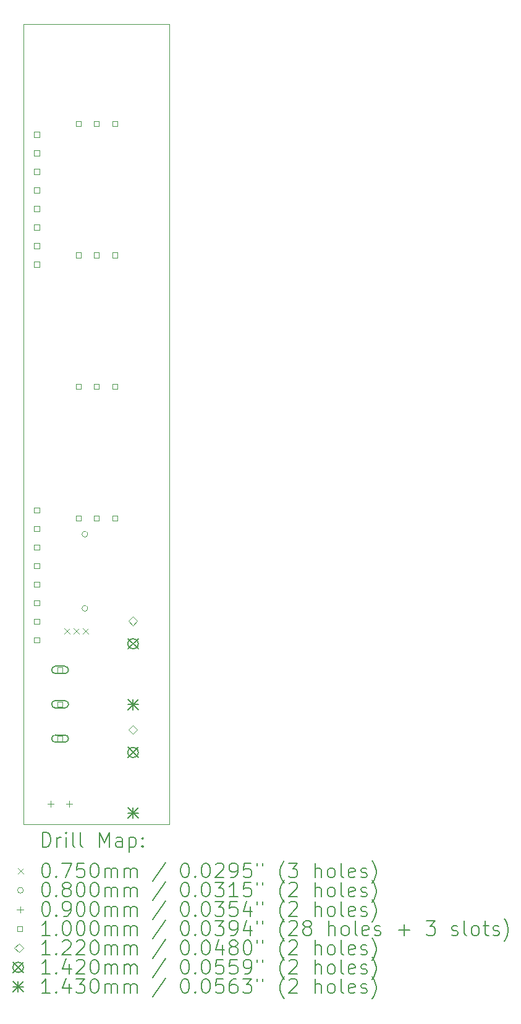
<source format=gbr>
%TF.GenerationSoftware,KiCad,Pcbnew,7.0.7-7.0.7~ubuntu22.04.1*%
%TF.CreationDate,2023-09-25T23:33:45+02:00*%
%TF.ProjectId,Basic-ADSR,42617369-632d-4414-9453-522e6b696361,rev?*%
%TF.SameCoordinates,Original*%
%TF.FileFunction,Drillmap*%
%TF.FilePolarity,Positive*%
%FSLAX45Y45*%
G04 Gerber Fmt 4.5, Leading zero omitted, Abs format (unit mm)*
G04 Created by KiCad (PCBNEW 7.0.7-7.0.7~ubuntu22.04.1) date 2023-09-25 23:33:45*
%MOMM*%
%LPD*%
G01*
G04 APERTURE LIST*
%ADD10C,0.050000*%
%ADD11C,0.200000*%
%ADD12C,0.075000*%
%ADD13C,0.080000*%
%ADD14C,0.090000*%
%ADD15C,0.100000*%
%ADD16C,0.122000*%
%ADD17C,0.142000*%
%ADD18C,0.143000*%
G04 APERTURE END LIST*
D10*
X6400000Y-3400000D02*
X8400000Y-3400000D01*
X8400000Y-3400000D02*
X8400000Y-14350000D01*
X6400000Y-14350000D02*
X8400000Y-14350000D01*
X6400000Y-3400000D02*
X6400000Y-14350000D01*
D11*
D12*
X6955500Y-11672500D02*
X7030500Y-11747500D01*
X7030500Y-11672500D02*
X6955500Y-11747500D01*
X7082500Y-11672500D02*
X7157500Y-11747500D01*
X7157500Y-11672500D02*
X7082500Y-11747500D01*
X7209500Y-11672500D02*
X7284500Y-11747500D01*
X7284500Y-11672500D02*
X7209500Y-11747500D01*
D13*
X7280000Y-10382000D02*
G75*
G03*
X7280000Y-10382000I-40000J0D01*
G01*
X7280000Y-11398000D02*
G75*
G03*
X7280000Y-11398000I-40000J0D01*
G01*
D14*
X6772500Y-14030000D02*
X6772500Y-14120000D01*
X6727500Y-14075000D02*
X6817500Y-14075000D01*
X7026500Y-14030000D02*
X7026500Y-14120000D01*
X6981500Y-14075000D02*
X7071500Y-14075000D01*
D15*
X6615356Y-4945356D02*
X6615356Y-4874644D01*
X6544644Y-4874644D01*
X6544644Y-4945356D01*
X6615356Y-4945356D01*
X6615356Y-5199356D02*
X6615356Y-5128644D01*
X6544644Y-5128644D01*
X6544644Y-5199356D01*
X6615356Y-5199356D01*
X6615356Y-5453356D02*
X6615356Y-5382644D01*
X6544644Y-5382644D01*
X6544644Y-5453356D01*
X6615356Y-5453356D01*
X6615356Y-5707356D02*
X6615356Y-5636644D01*
X6544644Y-5636644D01*
X6544644Y-5707356D01*
X6615356Y-5707356D01*
X6615356Y-5961356D02*
X6615356Y-5890644D01*
X6544644Y-5890644D01*
X6544644Y-5961356D01*
X6615356Y-5961356D01*
X6615356Y-6215356D02*
X6615356Y-6144644D01*
X6544644Y-6144644D01*
X6544644Y-6215356D01*
X6615356Y-6215356D01*
X6615356Y-6469356D02*
X6615356Y-6398644D01*
X6544644Y-6398644D01*
X6544644Y-6469356D01*
X6615356Y-6469356D01*
X6615356Y-6723356D02*
X6615356Y-6652644D01*
X6544644Y-6652644D01*
X6544644Y-6723356D01*
X6615356Y-6723356D01*
X6615356Y-10085356D02*
X6615356Y-10014644D01*
X6544644Y-10014644D01*
X6544644Y-10085356D01*
X6615356Y-10085356D01*
X6615356Y-10339356D02*
X6615356Y-10268644D01*
X6544644Y-10268644D01*
X6544644Y-10339356D01*
X6615356Y-10339356D01*
X6615356Y-10593356D02*
X6615356Y-10522644D01*
X6544644Y-10522644D01*
X6544644Y-10593356D01*
X6615356Y-10593356D01*
X6615356Y-10847356D02*
X6615356Y-10776644D01*
X6544644Y-10776644D01*
X6544644Y-10847356D01*
X6615356Y-10847356D01*
X6615356Y-11101356D02*
X6615356Y-11030644D01*
X6544644Y-11030644D01*
X6544644Y-11101356D01*
X6615356Y-11101356D01*
X6615356Y-11355356D02*
X6615356Y-11284644D01*
X6544644Y-11284644D01*
X6544644Y-11355356D01*
X6615356Y-11355356D01*
X6615356Y-11609356D02*
X6615356Y-11538644D01*
X6544644Y-11538644D01*
X6544644Y-11609356D01*
X6615356Y-11609356D01*
X6615356Y-11863356D02*
X6615356Y-11792644D01*
X6544644Y-11792644D01*
X6544644Y-11863356D01*
X6615356Y-11863356D01*
X6935356Y-12275356D02*
X6935356Y-12204644D01*
X6864644Y-12204644D01*
X6864644Y-12275356D01*
X6935356Y-12275356D01*
D11*
X6835000Y-12290000D02*
X6965000Y-12290000D01*
X6965000Y-12290000D02*
G75*
G03*
X6965000Y-12190000I0J50000D01*
G01*
X6965000Y-12190000D02*
X6835000Y-12190000D01*
X6835000Y-12190000D02*
G75*
G03*
X6835000Y-12290000I0J-50000D01*
G01*
D15*
X6935356Y-12745356D02*
X6935356Y-12674644D01*
X6864644Y-12674644D01*
X6864644Y-12745356D01*
X6935356Y-12745356D01*
D11*
X6835000Y-12760000D02*
X6965000Y-12760000D01*
X6965000Y-12760000D02*
G75*
G03*
X6965000Y-12660000I0J50000D01*
G01*
X6965000Y-12660000D02*
X6835000Y-12660000D01*
X6835000Y-12660000D02*
G75*
G03*
X6835000Y-12760000I0J-50000D01*
G01*
D15*
X6935356Y-13215356D02*
X6935356Y-13144644D01*
X6864644Y-13144644D01*
X6864644Y-13215356D01*
X6935356Y-13215356D01*
D11*
X6835000Y-13230000D02*
X6965000Y-13230000D01*
X6965000Y-13230000D02*
G75*
G03*
X6965000Y-13130000I0J50000D01*
G01*
X6965000Y-13130000D02*
X6835000Y-13130000D01*
X6835000Y-13130000D02*
G75*
G03*
X6835000Y-13230000I0J-50000D01*
G01*
D15*
X7185356Y-4795356D02*
X7185356Y-4724644D01*
X7114644Y-4724644D01*
X7114644Y-4795356D01*
X7185356Y-4795356D01*
X7185356Y-6595356D02*
X7185356Y-6524644D01*
X7114644Y-6524644D01*
X7114644Y-6595356D01*
X7185356Y-6595356D01*
X7185356Y-8395356D02*
X7185356Y-8324644D01*
X7114644Y-8324644D01*
X7114644Y-8395356D01*
X7185356Y-8395356D01*
X7185356Y-10195356D02*
X7185356Y-10124644D01*
X7114644Y-10124644D01*
X7114644Y-10195356D01*
X7185356Y-10195356D01*
X7435356Y-4795356D02*
X7435356Y-4724644D01*
X7364644Y-4724644D01*
X7364644Y-4795356D01*
X7435356Y-4795356D01*
X7435356Y-6595356D02*
X7435356Y-6524644D01*
X7364644Y-6524644D01*
X7364644Y-6595356D01*
X7435356Y-6595356D01*
X7435356Y-8395356D02*
X7435356Y-8324644D01*
X7364644Y-8324644D01*
X7364644Y-8395356D01*
X7435356Y-8395356D01*
X7435356Y-10195356D02*
X7435356Y-10124644D01*
X7364644Y-10124644D01*
X7364644Y-10195356D01*
X7435356Y-10195356D01*
X7685356Y-4795356D02*
X7685356Y-4724644D01*
X7614644Y-4724644D01*
X7614644Y-4795356D01*
X7685356Y-4795356D01*
X7685356Y-6595356D02*
X7685356Y-6524644D01*
X7614644Y-6524644D01*
X7614644Y-6595356D01*
X7685356Y-6595356D01*
X7685356Y-8395356D02*
X7685356Y-8324644D01*
X7614644Y-8324644D01*
X7614644Y-8395356D01*
X7685356Y-8395356D01*
X7685356Y-10195356D02*
X7685356Y-10124644D01*
X7614644Y-10124644D01*
X7614644Y-10195356D01*
X7685356Y-10195356D01*
D16*
X7900000Y-11633000D02*
X7961000Y-11572000D01*
X7900000Y-11511000D01*
X7839000Y-11572000D01*
X7900000Y-11633000D01*
X7900000Y-13121000D02*
X7961000Y-13060000D01*
X7900000Y-12999000D01*
X7839000Y-13060000D01*
X7900000Y-13121000D01*
D17*
X7829000Y-11811000D02*
X7971000Y-11953000D01*
X7971000Y-11811000D02*
X7829000Y-11953000D01*
X7971000Y-11882000D02*
G75*
G03*
X7971000Y-11882000I-71000J0D01*
G01*
X7829000Y-13299000D02*
X7971000Y-13441000D01*
X7971000Y-13299000D02*
X7829000Y-13441000D01*
X7971000Y-13370000D02*
G75*
G03*
X7971000Y-13370000I-71000J0D01*
G01*
D18*
X7828500Y-12640500D02*
X7971500Y-12783500D01*
X7971500Y-12640500D02*
X7828500Y-12783500D01*
X7900000Y-12640500D02*
X7900000Y-12783500D01*
X7828500Y-12712000D02*
X7971500Y-12712000D01*
X7828500Y-14128500D02*
X7971500Y-14271500D01*
X7971500Y-14128500D02*
X7828500Y-14271500D01*
X7900000Y-14128500D02*
X7900000Y-14271500D01*
X7828500Y-14200000D02*
X7971500Y-14200000D01*
D11*
X6658277Y-14663984D02*
X6658277Y-14463984D01*
X6658277Y-14463984D02*
X6705896Y-14463984D01*
X6705896Y-14463984D02*
X6734467Y-14473508D01*
X6734467Y-14473508D02*
X6753515Y-14492555D01*
X6753515Y-14492555D02*
X6763039Y-14511603D01*
X6763039Y-14511603D02*
X6772562Y-14549698D01*
X6772562Y-14549698D02*
X6772562Y-14578269D01*
X6772562Y-14578269D02*
X6763039Y-14616365D01*
X6763039Y-14616365D02*
X6753515Y-14635412D01*
X6753515Y-14635412D02*
X6734467Y-14654460D01*
X6734467Y-14654460D02*
X6705896Y-14663984D01*
X6705896Y-14663984D02*
X6658277Y-14663984D01*
X6858277Y-14663984D02*
X6858277Y-14530650D01*
X6858277Y-14568746D02*
X6867801Y-14549698D01*
X6867801Y-14549698D02*
X6877324Y-14540174D01*
X6877324Y-14540174D02*
X6896372Y-14530650D01*
X6896372Y-14530650D02*
X6915420Y-14530650D01*
X6982086Y-14663984D02*
X6982086Y-14530650D01*
X6982086Y-14463984D02*
X6972562Y-14473508D01*
X6972562Y-14473508D02*
X6982086Y-14483031D01*
X6982086Y-14483031D02*
X6991610Y-14473508D01*
X6991610Y-14473508D02*
X6982086Y-14463984D01*
X6982086Y-14463984D02*
X6982086Y-14483031D01*
X7105896Y-14663984D02*
X7086848Y-14654460D01*
X7086848Y-14654460D02*
X7077324Y-14635412D01*
X7077324Y-14635412D02*
X7077324Y-14463984D01*
X7210658Y-14663984D02*
X7191610Y-14654460D01*
X7191610Y-14654460D02*
X7182086Y-14635412D01*
X7182086Y-14635412D02*
X7182086Y-14463984D01*
X7439229Y-14663984D02*
X7439229Y-14463984D01*
X7439229Y-14463984D02*
X7505896Y-14606841D01*
X7505896Y-14606841D02*
X7572562Y-14463984D01*
X7572562Y-14463984D02*
X7572562Y-14663984D01*
X7753515Y-14663984D02*
X7753515Y-14559222D01*
X7753515Y-14559222D02*
X7743991Y-14540174D01*
X7743991Y-14540174D02*
X7724943Y-14530650D01*
X7724943Y-14530650D02*
X7686848Y-14530650D01*
X7686848Y-14530650D02*
X7667801Y-14540174D01*
X7753515Y-14654460D02*
X7734467Y-14663984D01*
X7734467Y-14663984D02*
X7686848Y-14663984D01*
X7686848Y-14663984D02*
X7667801Y-14654460D01*
X7667801Y-14654460D02*
X7658277Y-14635412D01*
X7658277Y-14635412D02*
X7658277Y-14616365D01*
X7658277Y-14616365D02*
X7667801Y-14597317D01*
X7667801Y-14597317D02*
X7686848Y-14587793D01*
X7686848Y-14587793D02*
X7734467Y-14587793D01*
X7734467Y-14587793D02*
X7753515Y-14578269D01*
X7848753Y-14530650D02*
X7848753Y-14730650D01*
X7848753Y-14540174D02*
X7867801Y-14530650D01*
X7867801Y-14530650D02*
X7905896Y-14530650D01*
X7905896Y-14530650D02*
X7924943Y-14540174D01*
X7924943Y-14540174D02*
X7934467Y-14549698D01*
X7934467Y-14549698D02*
X7943991Y-14568746D01*
X7943991Y-14568746D02*
X7943991Y-14625888D01*
X7943991Y-14625888D02*
X7934467Y-14644936D01*
X7934467Y-14644936D02*
X7924943Y-14654460D01*
X7924943Y-14654460D02*
X7905896Y-14663984D01*
X7905896Y-14663984D02*
X7867801Y-14663984D01*
X7867801Y-14663984D02*
X7848753Y-14654460D01*
X8029705Y-14644936D02*
X8039229Y-14654460D01*
X8039229Y-14654460D02*
X8029705Y-14663984D01*
X8029705Y-14663984D02*
X8020182Y-14654460D01*
X8020182Y-14654460D02*
X8029705Y-14644936D01*
X8029705Y-14644936D02*
X8029705Y-14663984D01*
X8029705Y-14540174D02*
X8039229Y-14549698D01*
X8039229Y-14549698D02*
X8029705Y-14559222D01*
X8029705Y-14559222D02*
X8020182Y-14549698D01*
X8020182Y-14549698D02*
X8029705Y-14540174D01*
X8029705Y-14540174D02*
X8029705Y-14559222D01*
D12*
X6322500Y-14955000D02*
X6397500Y-15030000D01*
X6397500Y-14955000D02*
X6322500Y-15030000D01*
D11*
X6696372Y-14883984D02*
X6715420Y-14883984D01*
X6715420Y-14883984D02*
X6734467Y-14893508D01*
X6734467Y-14893508D02*
X6743991Y-14903031D01*
X6743991Y-14903031D02*
X6753515Y-14922079D01*
X6753515Y-14922079D02*
X6763039Y-14960174D01*
X6763039Y-14960174D02*
X6763039Y-15007793D01*
X6763039Y-15007793D02*
X6753515Y-15045888D01*
X6753515Y-15045888D02*
X6743991Y-15064936D01*
X6743991Y-15064936D02*
X6734467Y-15074460D01*
X6734467Y-15074460D02*
X6715420Y-15083984D01*
X6715420Y-15083984D02*
X6696372Y-15083984D01*
X6696372Y-15083984D02*
X6677324Y-15074460D01*
X6677324Y-15074460D02*
X6667801Y-15064936D01*
X6667801Y-15064936D02*
X6658277Y-15045888D01*
X6658277Y-15045888D02*
X6648753Y-15007793D01*
X6648753Y-15007793D02*
X6648753Y-14960174D01*
X6648753Y-14960174D02*
X6658277Y-14922079D01*
X6658277Y-14922079D02*
X6667801Y-14903031D01*
X6667801Y-14903031D02*
X6677324Y-14893508D01*
X6677324Y-14893508D02*
X6696372Y-14883984D01*
X6848753Y-15064936D02*
X6858277Y-15074460D01*
X6858277Y-15074460D02*
X6848753Y-15083984D01*
X6848753Y-15083984D02*
X6839229Y-15074460D01*
X6839229Y-15074460D02*
X6848753Y-15064936D01*
X6848753Y-15064936D02*
X6848753Y-15083984D01*
X6924943Y-14883984D02*
X7058277Y-14883984D01*
X7058277Y-14883984D02*
X6972562Y-15083984D01*
X7229705Y-14883984D02*
X7134467Y-14883984D01*
X7134467Y-14883984D02*
X7124943Y-14979222D01*
X7124943Y-14979222D02*
X7134467Y-14969698D01*
X7134467Y-14969698D02*
X7153515Y-14960174D01*
X7153515Y-14960174D02*
X7201134Y-14960174D01*
X7201134Y-14960174D02*
X7220182Y-14969698D01*
X7220182Y-14969698D02*
X7229705Y-14979222D01*
X7229705Y-14979222D02*
X7239229Y-14998269D01*
X7239229Y-14998269D02*
X7239229Y-15045888D01*
X7239229Y-15045888D02*
X7229705Y-15064936D01*
X7229705Y-15064936D02*
X7220182Y-15074460D01*
X7220182Y-15074460D02*
X7201134Y-15083984D01*
X7201134Y-15083984D02*
X7153515Y-15083984D01*
X7153515Y-15083984D02*
X7134467Y-15074460D01*
X7134467Y-15074460D02*
X7124943Y-15064936D01*
X7363039Y-14883984D02*
X7382086Y-14883984D01*
X7382086Y-14883984D02*
X7401134Y-14893508D01*
X7401134Y-14893508D02*
X7410658Y-14903031D01*
X7410658Y-14903031D02*
X7420182Y-14922079D01*
X7420182Y-14922079D02*
X7429705Y-14960174D01*
X7429705Y-14960174D02*
X7429705Y-15007793D01*
X7429705Y-15007793D02*
X7420182Y-15045888D01*
X7420182Y-15045888D02*
X7410658Y-15064936D01*
X7410658Y-15064936D02*
X7401134Y-15074460D01*
X7401134Y-15074460D02*
X7382086Y-15083984D01*
X7382086Y-15083984D02*
X7363039Y-15083984D01*
X7363039Y-15083984D02*
X7343991Y-15074460D01*
X7343991Y-15074460D02*
X7334467Y-15064936D01*
X7334467Y-15064936D02*
X7324943Y-15045888D01*
X7324943Y-15045888D02*
X7315420Y-15007793D01*
X7315420Y-15007793D02*
X7315420Y-14960174D01*
X7315420Y-14960174D02*
X7324943Y-14922079D01*
X7324943Y-14922079D02*
X7334467Y-14903031D01*
X7334467Y-14903031D02*
X7343991Y-14893508D01*
X7343991Y-14893508D02*
X7363039Y-14883984D01*
X7515420Y-15083984D02*
X7515420Y-14950650D01*
X7515420Y-14969698D02*
X7524943Y-14960174D01*
X7524943Y-14960174D02*
X7543991Y-14950650D01*
X7543991Y-14950650D02*
X7572563Y-14950650D01*
X7572563Y-14950650D02*
X7591610Y-14960174D01*
X7591610Y-14960174D02*
X7601134Y-14979222D01*
X7601134Y-14979222D02*
X7601134Y-15083984D01*
X7601134Y-14979222D02*
X7610658Y-14960174D01*
X7610658Y-14960174D02*
X7629705Y-14950650D01*
X7629705Y-14950650D02*
X7658277Y-14950650D01*
X7658277Y-14950650D02*
X7677324Y-14960174D01*
X7677324Y-14960174D02*
X7686848Y-14979222D01*
X7686848Y-14979222D02*
X7686848Y-15083984D01*
X7782086Y-15083984D02*
X7782086Y-14950650D01*
X7782086Y-14969698D02*
X7791610Y-14960174D01*
X7791610Y-14960174D02*
X7810658Y-14950650D01*
X7810658Y-14950650D02*
X7839229Y-14950650D01*
X7839229Y-14950650D02*
X7858277Y-14960174D01*
X7858277Y-14960174D02*
X7867801Y-14979222D01*
X7867801Y-14979222D02*
X7867801Y-15083984D01*
X7867801Y-14979222D02*
X7877324Y-14960174D01*
X7877324Y-14960174D02*
X7896372Y-14950650D01*
X7896372Y-14950650D02*
X7924943Y-14950650D01*
X7924943Y-14950650D02*
X7943991Y-14960174D01*
X7943991Y-14960174D02*
X7953515Y-14979222D01*
X7953515Y-14979222D02*
X7953515Y-15083984D01*
X8343991Y-14874460D02*
X8172563Y-15131603D01*
X8601134Y-14883984D02*
X8620182Y-14883984D01*
X8620182Y-14883984D02*
X8639229Y-14893508D01*
X8639229Y-14893508D02*
X8648753Y-14903031D01*
X8648753Y-14903031D02*
X8658277Y-14922079D01*
X8658277Y-14922079D02*
X8667801Y-14960174D01*
X8667801Y-14960174D02*
X8667801Y-15007793D01*
X8667801Y-15007793D02*
X8658277Y-15045888D01*
X8658277Y-15045888D02*
X8648753Y-15064936D01*
X8648753Y-15064936D02*
X8639229Y-15074460D01*
X8639229Y-15074460D02*
X8620182Y-15083984D01*
X8620182Y-15083984D02*
X8601134Y-15083984D01*
X8601134Y-15083984D02*
X8582087Y-15074460D01*
X8582087Y-15074460D02*
X8572563Y-15064936D01*
X8572563Y-15064936D02*
X8563039Y-15045888D01*
X8563039Y-15045888D02*
X8553515Y-15007793D01*
X8553515Y-15007793D02*
X8553515Y-14960174D01*
X8553515Y-14960174D02*
X8563039Y-14922079D01*
X8563039Y-14922079D02*
X8572563Y-14903031D01*
X8572563Y-14903031D02*
X8582087Y-14893508D01*
X8582087Y-14893508D02*
X8601134Y-14883984D01*
X8753515Y-15064936D02*
X8763039Y-15074460D01*
X8763039Y-15074460D02*
X8753515Y-15083984D01*
X8753515Y-15083984D02*
X8743991Y-15074460D01*
X8743991Y-15074460D02*
X8753515Y-15064936D01*
X8753515Y-15064936D02*
X8753515Y-15083984D01*
X8886848Y-14883984D02*
X8905896Y-14883984D01*
X8905896Y-14883984D02*
X8924944Y-14893508D01*
X8924944Y-14893508D02*
X8934468Y-14903031D01*
X8934468Y-14903031D02*
X8943991Y-14922079D01*
X8943991Y-14922079D02*
X8953515Y-14960174D01*
X8953515Y-14960174D02*
X8953515Y-15007793D01*
X8953515Y-15007793D02*
X8943991Y-15045888D01*
X8943991Y-15045888D02*
X8934468Y-15064936D01*
X8934468Y-15064936D02*
X8924944Y-15074460D01*
X8924944Y-15074460D02*
X8905896Y-15083984D01*
X8905896Y-15083984D02*
X8886848Y-15083984D01*
X8886848Y-15083984D02*
X8867801Y-15074460D01*
X8867801Y-15074460D02*
X8858277Y-15064936D01*
X8858277Y-15064936D02*
X8848753Y-15045888D01*
X8848753Y-15045888D02*
X8839229Y-15007793D01*
X8839229Y-15007793D02*
X8839229Y-14960174D01*
X8839229Y-14960174D02*
X8848753Y-14922079D01*
X8848753Y-14922079D02*
X8858277Y-14903031D01*
X8858277Y-14903031D02*
X8867801Y-14893508D01*
X8867801Y-14893508D02*
X8886848Y-14883984D01*
X9029706Y-14903031D02*
X9039229Y-14893508D01*
X9039229Y-14893508D02*
X9058277Y-14883984D01*
X9058277Y-14883984D02*
X9105896Y-14883984D01*
X9105896Y-14883984D02*
X9124944Y-14893508D01*
X9124944Y-14893508D02*
X9134468Y-14903031D01*
X9134468Y-14903031D02*
X9143991Y-14922079D01*
X9143991Y-14922079D02*
X9143991Y-14941127D01*
X9143991Y-14941127D02*
X9134468Y-14969698D01*
X9134468Y-14969698D02*
X9020182Y-15083984D01*
X9020182Y-15083984D02*
X9143991Y-15083984D01*
X9239229Y-15083984D02*
X9277325Y-15083984D01*
X9277325Y-15083984D02*
X9296372Y-15074460D01*
X9296372Y-15074460D02*
X9305896Y-15064936D01*
X9305896Y-15064936D02*
X9324944Y-15036365D01*
X9324944Y-15036365D02*
X9334468Y-14998269D01*
X9334468Y-14998269D02*
X9334468Y-14922079D01*
X9334468Y-14922079D02*
X9324944Y-14903031D01*
X9324944Y-14903031D02*
X9315420Y-14893508D01*
X9315420Y-14893508D02*
X9296372Y-14883984D01*
X9296372Y-14883984D02*
X9258277Y-14883984D01*
X9258277Y-14883984D02*
X9239229Y-14893508D01*
X9239229Y-14893508D02*
X9229706Y-14903031D01*
X9229706Y-14903031D02*
X9220182Y-14922079D01*
X9220182Y-14922079D02*
X9220182Y-14969698D01*
X9220182Y-14969698D02*
X9229706Y-14988746D01*
X9229706Y-14988746D02*
X9239229Y-14998269D01*
X9239229Y-14998269D02*
X9258277Y-15007793D01*
X9258277Y-15007793D02*
X9296372Y-15007793D01*
X9296372Y-15007793D02*
X9315420Y-14998269D01*
X9315420Y-14998269D02*
X9324944Y-14988746D01*
X9324944Y-14988746D02*
X9334468Y-14969698D01*
X9515420Y-14883984D02*
X9420182Y-14883984D01*
X9420182Y-14883984D02*
X9410658Y-14979222D01*
X9410658Y-14979222D02*
X9420182Y-14969698D01*
X9420182Y-14969698D02*
X9439229Y-14960174D01*
X9439229Y-14960174D02*
X9486849Y-14960174D01*
X9486849Y-14960174D02*
X9505896Y-14969698D01*
X9505896Y-14969698D02*
X9515420Y-14979222D01*
X9515420Y-14979222D02*
X9524944Y-14998269D01*
X9524944Y-14998269D02*
X9524944Y-15045888D01*
X9524944Y-15045888D02*
X9515420Y-15064936D01*
X9515420Y-15064936D02*
X9505896Y-15074460D01*
X9505896Y-15074460D02*
X9486849Y-15083984D01*
X9486849Y-15083984D02*
X9439229Y-15083984D01*
X9439229Y-15083984D02*
X9420182Y-15074460D01*
X9420182Y-15074460D02*
X9410658Y-15064936D01*
X9601134Y-14883984D02*
X9601134Y-14922079D01*
X9677325Y-14883984D02*
X9677325Y-14922079D01*
X9972563Y-15160174D02*
X9963039Y-15150650D01*
X9963039Y-15150650D02*
X9943991Y-15122079D01*
X9943991Y-15122079D02*
X9934468Y-15103031D01*
X9934468Y-15103031D02*
X9924944Y-15074460D01*
X9924944Y-15074460D02*
X9915420Y-15026841D01*
X9915420Y-15026841D02*
X9915420Y-14988746D01*
X9915420Y-14988746D02*
X9924944Y-14941127D01*
X9924944Y-14941127D02*
X9934468Y-14912555D01*
X9934468Y-14912555D02*
X9943991Y-14893508D01*
X9943991Y-14893508D02*
X9963039Y-14864936D01*
X9963039Y-14864936D02*
X9972563Y-14855412D01*
X10029706Y-14883984D02*
X10153515Y-14883984D01*
X10153515Y-14883984D02*
X10086849Y-14960174D01*
X10086849Y-14960174D02*
X10115420Y-14960174D01*
X10115420Y-14960174D02*
X10134468Y-14969698D01*
X10134468Y-14969698D02*
X10143991Y-14979222D01*
X10143991Y-14979222D02*
X10153515Y-14998269D01*
X10153515Y-14998269D02*
X10153515Y-15045888D01*
X10153515Y-15045888D02*
X10143991Y-15064936D01*
X10143991Y-15064936D02*
X10134468Y-15074460D01*
X10134468Y-15074460D02*
X10115420Y-15083984D01*
X10115420Y-15083984D02*
X10058277Y-15083984D01*
X10058277Y-15083984D02*
X10039230Y-15074460D01*
X10039230Y-15074460D02*
X10029706Y-15064936D01*
X10391611Y-15083984D02*
X10391611Y-14883984D01*
X10477325Y-15083984D02*
X10477325Y-14979222D01*
X10477325Y-14979222D02*
X10467801Y-14960174D01*
X10467801Y-14960174D02*
X10448753Y-14950650D01*
X10448753Y-14950650D02*
X10420182Y-14950650D01*
X10420182Y-14950650D02*
X10401134Y-14960174D01*
X10401134Y-14960174D02*
X10391611Y-14969698D01*
X10601134Y-15083984D02*
X10582087Y-15074460D01*
X10582087Y-15074460D02*
X10572563Y-15064936D01*
X10572563Y-15064936D02*
X10563039Y-15045888D01*
X10563039Y-15045888D02*
X10563039Y-14988746D01*
X10563039Y-14988746D02*
X10572563Y-14969698D01*
X10572563Y-14969698D02*
X10582087Y-14960174D01*
X10582087Y-14960174D02*
X10601134Y-14950650D01*
X10601134Y-14950650D02*
X10629706Y-14950650D01*
X10629706Y-14950650D02*
X10648753Y-14960174D01*
X10648753Y-14960174D02*
X10658277Y-14969698D01*
X10658277Y-14969698D02*
X10667801Y-14988746D01*
X10667801Y-14988746D02*
X10667801Y-15045888D01*
X10667801Y-15045888D02*
X10658277Y-15064936D01*
X10658277Y-15064936D02*
X10648753Y-15074460D01*
X10648753Y-15074460D02*
X10629706Y-15083984D01*
X10629706Y-15083984D02*
X10601134Y-15083984D01*
X10782087Y-15083984D02*
X10763039Y-15074460D01*
X10763039Y-15074460D02*
X10753515Y-15055412D01*
X10753515Y-15055412D02*
X10753515Y-14883984D01*
X10934468Y-15074460D02*
X10915420Y-15083984D01*
X10915420Y-15083984D02*
X10877325Y-15083984D01*
X10877325Y-15083984D02*
X10858277Y-15074460D01*
X10858277Y-15074460D02*
X10848753Y-15055412D01*
X10848753Y-15055412D02*
X10848753Y-14979222D01*
X10848753Y-14979222D02*
X10858277Y-14960174D01*
X10858277Y-14960174D02*
X10877325Y-14950650D01*
X10877325Y-14950650D02*
X10915420Y-14950650D01*
X10915420Y-14950650D02*
X10934468Y-14960174D01*
X10934468Y-14960174D02*
X10943992Y-14979222D01*
X10943992Y-14979222D02*
X10943992Y-14998269D01*
X10943992Y-14998269D02*
X10848753Y-15017317D01*
X11020182Y-15074460D02*
X11039230Y-15083984D01*
X11039230Y-15083984D02*
X11077325Y-15083984D01*
X11077325Y-15083984D02*
X11096373Y-15074460D01*
X11096373Y-15074460D02*
X11105896Y-15055412D01*
X11105896Y-15055412D02*
X11105896Y-15045888D01*
X11105896Y-15045888D02*
X11096373Y-15026841D01*
X11096373Y-15026841D02*
X11077325Y-15017317D01*
X11077325Y-15017317D02*
X11048753Y-15017317D01*
X11048753Y-15017317D02*
X11029706Y-15007793D01*
X11029706Y-15007793D02*
X11020182Y-14988746D01*
X11020182Y-14988746D02*
X11020182Y-14979222D01*
X11020182Y-14979222D02*
X11029706Y-14960174D01*
X11029706Y-14960174D02*
X11048753Y-14950650D01*
X11048753Y-14950650D02*
X11077325Y-14950650D01*
X11077325Y-14950650D02*
X11096373Y-14960174D01*
X11172563Y-15160174D02*
X11182087Y-15150650D01*
X11182087Y-15150650D02*
X11201134Y-15122079D01*
X11201134Y-15122079D02*
X11210658Y-15103031D01*
X11210658Y-15103031D02*
X11220182Y-15074460D01*
X11220182Y-15074460D02*
X11229706Y-15026841D01*
X11229706Y-15026841D02*
X11229706Y-14988746D01*
X11229706Y-14988746D02*
X11220182Y-14941127D01*
X11220182Y-14941127D02*
X11210658Y-14912555D01*
X11210658Y-14912555D02*
X11201134Y-14893508D01*
X11201134Y-14893508D02*
X11182087Y-14864936D01*
X11182087Y-14864936D02*
X11172563Y-14855412D01*
D13*
X6397500Y-15256500D02*
G75*
G03*
X6397500Y-15256500I-40000J0D01*
G01*
D11*
X6696372Y-15147984D02*
X6715420Y-15147984D01*
X6715420Y-15147984D02*
X6734467Y-15157508D01*
X6734467Y-15157508D02*
X6743991Y-15167031D01*
X6743991Y-15167031D02*
X6753515Y-15186079D01*
X6753515Y-15186079D02*
X6763039Y-15224174D01*
X6763039Y-15224174D02*
X6763039Y-15271793D01*
X6763039Y-15271793D02*
X6753515Y-15309888D01*
X6753515Y-15309888D02*
X6743991Y-15328936D01*
X6743991Y-15328936D02*
X6734467Y-15338460D01*
X6734467Y-15338460D02*
X6715420Y-15347984D01*
X6715420Y-15347984D02*
X6696372Y-15347984D01*
X6696372Y-15347984D02*
X6677324Y-15338460D01*
X6677324Y-15338460D02*
X6667801Y-15328936D01*
X6667801Y-15328936D02*
X6658277Y-15309888D01*
X6658277Y-15309888D02*
X6648753Y-15271793D01*
X6648753Y-15271793D02*
X6648753Y-15224174D01*
X6648753Y-15224174D02*
X6658277Y-15186079D01*
X6658277Y-15186079D02*
X6667801Y-15167031D01*
X6667801Y-15167031D02*
X6677324Y-15157508D01*
X6677324Y-15157508D02*
X6696372Y-15147984D01*
X6848753Y-15328936D02*
X6858277Y-15338460D01*
X6858277Y-15338460D02*
X6848753Y-15347984D01*
X6848753Y-15347984D02*
X6839229Y-15338460D01*
X6839229Y-15338460D02*
X6848753Y-15328936D01*
X6848753Y-15328936D02*
X6848753Y-15347984D01*
X6972562Y-15233698D02*
X6953515Y-15224174D01*
X6953515Y-15224174D02*
X6943991Y-15214650D01*
X6943991Y-15214650D02*
X6934467Y-15195603D01*
X6934467Y-15195603D02*
X6934467Y-15186079D01*
X6934467Y-15186079D02*
X6943991Y-15167031D01*
X6943991Y-15167031D02*
X6953515Y-15157508D01*
X6953515Y-15157508D02*
X6972562Y-15147984D01*
X6972562Y-15147984D02*
X7010658Y-15147984D01*
X7010658Y-15147984D02*
X7029705Y-15157508D01*
X7029705Y-15157508D02*
X7039229Y-15167031D01*
X7039229Y-15167031D02*
X7048753Y-15186079D01*
X7048753Y-15186079D02*
X7048753Y-15195603D01*
X7048753Y-15195603D02*
X7039229Y-15214650D01*
X7039229Y-15214650D02*
X7029705Y-15224174D01*
X7029705Y-15224174D02*
X7010658Y-15233698D01*
X7010658Y-15233698D02*
X6972562Y-15233698D01*
X6972562Y-15233698D02*
X6953515Y-15243222D01*
X6953515Y-15243222D02*
X6943991Y-15252746D01*
X6943991Y-15252746D02*
X6934467Y-15271793D01*
X6934467Y-15271793D02*
X6934467Y-15309888D01*
X6934467Y-15309888D02*
X6943991Y-15328936D01*
X6943991Y-15328936D02*
X6953515Y-15338460D01*
X6953515Y-15338460D02*
X6972562Y-15347984D01*
X6972562Y-15347984D02*
X7010658Y-15347984D01*
X7010658Y-15347984D02*
X7029705Y-15338460D01*
X7029705Y-15338460D02*
X7039229Y-15328936D01*
X7039229Y-15328936D02*
X7048753Y-15309888D01*
X7048753Y-15309888D02*
X7048753Y-15271793D01*
X7048753Y-15271793D02*
X7039229Y-15252746D01*
X7039229Y-15252746D02*
X7029705Y-15243222D01*
X7029705Y-15243222D02*
X7010658Y-15233698D01*
X7172562Y-15147984D02*
X7191610Y-15147984D01*
X7191610Y-15147984D02*
X7210658Y-15157508D01*
X7210658Y-15157508D02*
X7220182Y-15167031D01*
X7220182Y-15167031D02*
X7229705Y-15186079D01*
X7229705Y-15186079D02*
X7239229Y-15224174D01*
X7239229Y-15224174D02*
X7239229Y-15271793D01*
X7239229Y-15271793D02*
X7229705Y-15309888D01*
X7229705Y-15309888D02*
X7220182Y-15328936D01*
X7220182Y-15328936D02*
X7210658Y-15338460D01*
X7210658Y-15338460D02*
X7191610Y-15347984D01*
X7191610Y-15347984D02*
X7172562Y-15347984D01*
X7172562Y-15347984D02*
X7153515Y-15338460D01*
X7153515Y-15338460D02*
X7143991Y-15328936D01*
X7143991Y-15328936D02*
X7134467Y-15309888D01*
X7134467Y-15309888D02*
X7124943Y-15271793D01*
X7124943Y-15271793D02*
X7124943Y-15224174D01*
X7124943Y-15224174D02*
X7134467Y-15186079D01*
X7134467Y-15186079D02*
X7143991Y-15167031D01*
X7143991Y-15167031D02*
X7153515Y-15157508D01*
X7153515Y-15157508D02*
X7172562Y-15147984D01*
X7363039Y-15147984D02*
X7382086Y-15147984D01*
X7382086Y-15147984D02*
X7401134Y-15157508D01*
X7401134Y-15157508D02*
X7410658Y-15167031D01*
X7410658Y-15167031D02*
X7420182Y-15186079D01*
X7420182Y-15186079D02*
X7429705Y-15224174D01*
X7429705Y-15224174D02*
X7429705Y-15271793D01*
X7429705Y-15271793D02*
X7420182Y-15309888D01*
X7420182Y-15309888D02*
X7410658Y-15328936D01*
X7410658Y-15328936D02*
X7401134Y-15338460D01*
X7401134Y-15338460D02*
X7382086Y-15347984D01*
X7382086Y-15347984D02*
X7363039Y-15347984D01*
X7363039Y-15347984D02*
X7343991Y-15338460D01*
X7343991Y-15338460D02*
X7334467Y-15328936D01*
X7334467Y-15328936D02*
X7324943Y-15309888D01*
X7324943Y-15309888D02*
X7315420Y-15271793D01*
X7315420Y-15271793D02*
X7315420Y-15224174D01*
X7315420Y-15224174D02*
X7324943Y-15186079D01*
X7324943Y-15186079D02*
X7334467Y-15167031D01*
X7334467Y-15167031D02*
X7343991Y-15157508D01*
X7343991Y-15157508D02*
X7363039Y-15147984D01*
X7515420Y-15347984D02*
X7515420Y-15214650D01*
X7515420Y-15233698D02*
X7524943Y-15224174D01*
X7524943Y-15224174D02*
X7543991Y-15214650D01*
X7543991Y-15214650D02*
X7572563Y-15214650D01*
X7572563Y-15214650D02*
X7591610Y-15224174D01*
X7591610Y-15224174D02*
X7601134Y-15243222D01*
X7601134Y-15243222D02*
X7601134Y-15347984D01*
X7601134Y-15243222D02*
X7610658Y-15224174D01*
X7610658Y-15224174D02*
X7629705Y-15214650D01*
X7629705Y-15214650D02*
X7658277Y-15214650D01*
X7658277Y-15214650D02*
X7677324Y-15224174D01*
X7677324Y-15224174D02*
X7686848Y-15243222D01*
X7686848Y-15243222D02*
X7686848Y-15347984D01*
X7782086Y-15347984D02*
X7782086Y-15214650D01*
X7782086Y-15233698D02*
X7791610Y-15224174D01*
X7791610Y-15224174D02*
X7810658Y-15214650D01*
X7810658Y-15214650D02*
X7839229Y-15214650D01*
X7839229Y-15214650D02*
X7858277Y-15224174D01*
X7858277Y-15224174D02*
X7867801Y-15243222D01*
X7867801Y-15243222D02*
X7867801Y-15347984D01*
X7867801Y-15243222D02*
X7877324Y-15224174D01*
X7877324Y-15224174D02*
X7896372Y-15214650D01*
X7896372Y-15214650D02*
X7924943Y-15214650D01*
X7924943Y-15214650D02*
X7943991Y-15224174D01*
X7943991Y-15224174D02*
X7953515Y-15243222D01*
X7953515Y-15243222D02*
X7953515Y-15347984D01*
X8343991Y-15138460D02*
X8172563Y-15395603D01*
X8601134Y-15147984D02*
X8620182Y-15147984D01*
X8620182Y-15147984D02*
X8639229Y-15157508D01*
X8639229Y-15157508D02*
X8648753Y-15167031D01*
X8648753Y-15167031D02*
X8658277Y-15186079D01*
X8658277Y-15186079D02*
X8667801Y-15224174D01*
X8667801Y-15224174D02*
X8667801Y-15271793D01*
X8667801Y-15271793D02*
X8658277Y-15309888D01*
X8658277Y-15309888D02*
X8648753Y-15328936D01*
X8648753Y-15328936D02*
X8639229Y-15338460D01*
X8639229Y-15338460D02*
X8620182Y-15347984D01*
X8620182Y-15347984D02*
X8601134Y-15347984D01*
X8601134Y-15347984D02*
X8582087Y-15338460D01*
X8582087Y-15338460D02*
X8572563Y-15328936D01*
X8572563Y-15328936D02*
X8563039Y-15309888D01*
X8563039Y-15309888D02*
X8553515Y-15271793D01*
X8553515Y-15271793D02*
X8553515Y-15224174D01*
X8553515Y-15224174D02*
X8563039Y-15186079D01*
X8563039Y-15186079D02*
X8572563Y-15167031D01*
X8572563Y-15167031D02*
X8582087Y-15157508D01*
X8582087Y-15157508D02*
X8601134Y-15147984D01*
X8753515Y-15328936D02*
X8763039Y-15338460D01*
X8763039Y-15338460D02*
X8753515Y-15347984D01*
X8753515Y-15347984D02*
X8743991Y-15338460D01*
X8743991Y-15338460D02*
X8753515Y-15328936D01*
X8753515Y-15328936D02*
X8753515Y-15347984D01*
X8886848Y-15147984D02*
X8905896Y-15147984D01*
X8905896Y-15147984D02*
X8924944Y-15157508D01*
X8924944Y-15157508D02*
X8934468Y-15167031D01*
X8934468Y-15167031D02*
X8943991Y-15186079D01*
X8943991Y-15186079D02*
X8953515Y-15224174D01*
X8953515Y-15224174D02*
X8953515Y-15271793D01*
X8953515Y-15271793D02*
X8943991Y-15309888D01*
X8943991Y-15309888D02*
X8934468Y-15328936D01*
X8934468Y-15328936D02*
X8924944Y-15338460D01*
X8924944Y-15338460D02*
X8905896Y-15347984D01*
X8905896Y-15347984D02*
X8886848Y-15347984D01*
X8886848Y-15347984D02*
X8867801Y-15338460D01*
X8867801Y-15338460D02*
X8858277Y-15328936D01*
X8858277Y-15328936D02*
X8848753Y-15309888D01*
X8848753Y-15309888D02*
X8839229Y-15271793D01*
X8839229Y-15271793D02*
X8839229Y-15224174D01*
X8839229Y-15224174D02*
X8848753Y-15186079D01*
X8848753Y-15186079D02*
X8858277Y-15167031D01*
X8858277Y-15167031D02*
X8867801Y-15157508D01*
X8867801Y-15157508D02*
X8886848Y-15147984D01*
X9020182Y-15147984D02*
X9143991Y-15147984D01*
X9143991Y-15147984D02*
X9077325Y-15224174D01*
X9077325Y-15224174D02*
X9105896Y-15224174D01*
X9105896Y-15224174D02*
X9124944Y-15233698D01*
X9124944Y-15233698D02*
X9134468Y-15243222D01*
X9134468Y-15243222D02*
X9143991Y-15262269D01*
X9143991Y-15262269D02*
X9143991Y-15309888D01*
X9143991Y-15309888D02*
X9134468Y-15328936D01*
X9134468Y-15328936D02*
X9124944Y-15338460D01*
X9124944Y-15338460D02*
X9105896Y-15347984D01*
X9105896Y-15347984D02*
X9048753Y-15347984D01*
X9048753Y-15347984D02*
X9029706Y-15338460D01*
X9029706Y-15338460D02*
X9020182Y-15328936D01*
X9334468Y-15347984D02*
X9220182Y-15347984D01*
X9277325Y-15347984D02*
X9277325Y-15147984D01*
X9277325Y-15147984D02*
X9258277Y-15176555D01*
X9258277Y-15176555D02*
X9239229Y-15195603D01*
X9239229Y-15195603D02*
X9220182Y-15205127D01*
X9515420Y-15147984D02*
X9420182Y-15147984D01*
X9420182Y-15147984D02*
X9410658Y-15243222D01*
X9410658Y-15243222D02*
X9420182Y-15233698D01*
X9420182Y-15233698D02*
X9439229Y-15224174D01*
X9439229Y-15224174D02*
X9486849Y-15224174D01*
X9486849Y-15224174D02*
X9505896Y-15233698D01*
X9505896Y-15233698D02*
X9515420Y-15243222D01*
X9515420Y-15243222D02*
X9524944Y-15262269D01*
X9524944Y-15262269D02*
X9524944Y-15309888D01*
X9524944Y-15309888D02*
X9515420Y-15328936D01*
X9515420Y-15328936D02*
X9505896Y-15338460D01*
X9505896Y-15338460D02*
X9486849Y-15347984D01*
X9486849Y-15347984D02*
X9439229Y-15347984D01*
X9439229Y-15347984D02*
X9420182Y-15338460D01*
X9420182Y-15338460D02*
X9410658Y-15328936D01*
X9601134Y-15147984D02*
X9601134Y-15186079D01*
X9677325Y-15147984D02*
X9677325Y-15186079D01*
X9972563Y-15424174D02*
X9963039Y-15414650D01*
X9963039Y-15414650D02*
X9943991Y-15386079D01*
X9943991Y-15386079D02*
X9934468Y-15367031D01*
X9934468Y-15367031D02*
X9924944Y-15338460D01*
X9924944Y-15338460D02*
X9915420Y-15290841D01*
X9915420Y-15290841D02*
X9915420Y-15252746D01*
X9915420Y-15252746D02*
X9924944Y-15205127D01*
X9924944Y-15205127D02*
X9934468Y-15176555D01*
X9934468Y-15176555D02*
X9943991Y-15157508D01*
X9943991Y-15157508D02*
X9963039Y-15128936D01*
X9963039Y-15128936D02*
X9972563Y-15119412D01*
X10039230Y-15167031D02*
X10048753Y-15157508D01*
X10048753Y-15157508D02*
X10067801Y-15147984D01*
X10067801Y-15147984D02*
X10115420Y-15147984D01*
X10115420Y-15147984D02*
X10134468Y-15157508D01*
X10134468Y-15157508D02*
X10143991Y-15167031D01*
X10143991Y-15167031D02*
X10153515Y-15186079D01*
X10153515Y-15186079D02*
X10153515Y-15205127D01*
X10153515Y-15205127D02*
X10143991Y-15233698D01*
X10143991Y-15233698D02*
X10029706Y-15347984D01*
X10029706Y-15347984D02*
X10153515Y-15347984D01*
X10391611Y-15347984D02*
X10391611Y-15147984D01*
X10477325Y-15347984D02*
X10477325Y-15243222D01*
X10477325Y-15243222D02*
X10467801Y-15224174D01*
X10467801Y-15224174D02*
X10448753Y-15214650D01*
X10448753Y-15214650D02*
X10420182Y-15214650D01*
X10420182Y-15214650D02*
X10401134Y-15224174D01*
X10401134Y-15224174D02*
X10391611Y-15233698D01*
X10601134Y-15347984D02*
X10582087Y-15338460D01*
X10582087Y-15338460D02*
X10572563Y-15328936D01*
X10572563Y-15328936D02*
X10563039Y-15309888D01*
X10563039Y-15309888D02*
X10563039Y-15252746D01*
X10563039Y-15252746D02*
X10572563Y-15233698D01*
X10572563Y-15233698D02*
X10582087Y-15224174D01*
X10582087Y-15224174D02*
X10601134Y-15214650D01*
X10601134Y-15214650D02*
X10629706Y-15214650D01*
X10629706Y-15214650D02*
X10648753Y-15224174D01*
X10648753Y-15224174D02*
X10658277Y-15233698D01*
X10658277Y-15233698D02*
X10667801Y-15252746D01*
X10667801Y-15252746D02*
X10667801Y-15309888D01*
X10667801Y-15309888D02*
X10658277Y-15328936D01*
X10658277Y-15328936D02*
X10648753Y-15338460D01*
X10648753Y-15338460D02*
X10629706Y-15347984D01*
X10629706Y-15347984D02*
X10601134Y-15347984D01*
X10782087Y-15347984D02*
X10763039Y-15338460D01*
X10763039Y-15338460D02*
X10753515Y-15319412D01*
X10753515Y-15319412D02*
X10753515Y-15147984D01*
X10934468Y-15338460D02*
X10915420Y-15347984D01*
X10915420Y-15347984D02*
X10877325Y-15347984D01*
X10877325Y-15347984D02*
X10858277Y-15338460D01*
X10858277Y-15338460D02*
X10848753Y-15319412D01*
X10848753Y-15319412D02*
X10848753Y-15243222D01*
X10848753Y-15243222D02*
X10858277Y-15224174D01*
X10858277Y-15224174D02*
X10877325Y-15214650D01*
X10877325Y-15214650D02*
X10915420Y-15214650D01*
X10915420Y-15214650D02*
X10934468Y-15224174D01*
X10934468Y-15224174D02*
X10943992Y-15243222D01*
X10943992Y-15243222D02*
X10943992Y-15262269D01*
X10943992Y-15262269D02*
X10848753Y-15281317D01*
X11020182Y-15338460D02*
X11039230Y-15347984D01*
X11039230Y-15347984D02*
X11077325Y-15347984D01*
X11077325Y-15347984D02*
X11096373Y-15338460D01*
X11096373Y-15338460D02*
X11105896Y-15319412D01*
X11105896Y-15319412D02*
X11105896Y-15309888D01*
X11105896Y-15309888D02*
X11096373Y-15290841D01*
X11096373Y-15290841D02*
X11077325Y-15281317D01*
X11077325Y-15281317D02*
X11048753Y-15281317D01*
X11048753Y-15281317D02*
X11029706Y-15271793D01*
X11029706Y-15271793D02*
X11020182Y-15252746D01*
X11020182Y-15252746D02*
X11020182Y-15243222D01*
X11020182Y-15243222D02*
X11029706Y-15224174D01*
X11029706Y-15224174D02*
X11048753Y-15214650D01*
X11048753Y-15214650D02*
X11077325Y-15214650D01*
X11077325Y-15214650D02*
X11096373Y-15224174D01*
X11172563Y-15424174D02*
X11182087Y-15414650D01*
X11182087Y-15414650D02*
X11201134Y-15386079D01*
X11201134Y-15386079D02*
X11210658Y-15367031D01*
X11210658Y-15367031D02*
X11220182Y-15338460D01*
X11220182Y-15338460D02*
X11229706Y-15290841D01*
X11229706Y-15290841D02*
X11229706Y-15252746D01*
X11229706Y-15252746D02*
X11220182Y-15205127D01*
X11220182Y-15205127D02*
X11210658Y-15176555D01*
X11210658Y-15176555D02*
X11201134Y-15157508D01*
X11201134Y-15157508D02*
X11182087Y-15128936D01*
X11182087Y-15128936D02*
X11172563Y-15119412D01*
D14*
X6352500Y-15475500D02*
X6352500Y-15565500D01*
X6307500Y-15520500D02*
X6397500Y-15520500D01*
D11*
X6696372Y-15411984D02*
X6715420Y-15411984D01*
X6715420Y-15411984D02*
X6734467Y-15421508D01*
X6734467Y-15421508D02*
X6743991Y-15431031D01*
X6743991Y-15431031D02*
X6753515Y-15450079D01*
X6753515Y-15450079D02*
X6763039Y-15488174D01*
X6763039Y-15488174D02*
X6763039Y-15535793D01*
X6763039Y-15535793D02*
X6753515Y-15573888D01*
X6753515Y-15573888D02*
X6743991Y-15592936D01*
X6743991Y-15592936D02*
X6734467Y-15602460D01*
X6734467Y-15602460D02*
X6715420Y-15611984D01*
X6715420Y-15611984D02*
X6696372Y-15611984D01*
X6696372Y-15611984D02*
X6677324Y-15602460D01*
X6677324Y-15602460D02*
X6667801Y-15592936D01*
X6667801Y-15592936D02*
X6658277Y-15573888D01*
X6658277Y-15573888D02*
X6648753Y-15535793D01*
X6648753Y-15535793D02*
X6648753Y-15488174D01*
X6648753Y-15488174D02*
X6658277Y-15450079D01*
X6658277Y-15450079D02*
X6667801Y-15431031D01*
X6667801Y-15431031D02*
X6677324Y-15421508D01*
X6677324Y-15421508D02*
X6696372Y-15411984D01*
X6848753Y-15592936D02*
X6858277Y-15602460D01*
X6858277Y-15602460D02*
X6848753Y-15611984D01*
X6848753Y-15611984D02*
X6839229Y-15602460D01*
X6839229Y-15602460D02*
X6848753Y-15592936D01*
X6848753Y-15592936D02*
X6848753Y-15611984D01*
X6953515Y-15611984D02*
X6991610Y-15611984D01*
X6991610Y-15611984D02*
X7010658Y-15602460D01*
X7010658Y-15602460D02*
X7020182Y-15592936D01*
X7020182Y-15592936D02*
X7039229Y-15564365D01*
X7039229Y-15564365D02*
X7048753Y-15526269D01*
X7048753Y-15526269D02*
X7048753Y-15450079D01*
X7048753Y-15450079D02*
X7039229Y-15431031D01*
X7039229Y-15431031D02*
X7029705Y-15421508D01*
X7029705Y-15421508D02*
X7010658Y-15411984D01*
X7010658Y-15411984D02*
X6972562Y-15411984D01*
X6972562Y-15411984D02*
X6953515Y-15421508D01*
X6953515Y-15421508D02*
X6943991Y-15431031D01*
X6943991Y-15431031D02*
X6934467Y-15450079D01*
X6934467Y-15450079D02*
X6934467Y-15497698D01*
X6934467Y-15497698D02*
X6943991Y-15516746D01*
X6943991Y-15516746D02*
X6953515Y-15526269D01*
X6953515Y-15526269D02*
X6972562Y-15535793D01*
X6972562Y-15535793D02*
X7010658Y-15535793D01*
X7010658Y-15535793D02*
X7029705Y-15526269D01*
X7029705Y-15526269D02*
X7039229Y-15516746D01*
X7039229Y-15516746D02*
X7048753Y-15497698D01*
X7172562Y-15411984D02*
X7191610Y-15411984D01*
X7191610Y-15411984D02*
X7210658Y-15421508D01*
X7210658Y-15421508D02*
X7220182Y-15431031D01*
X7220182Y-15431031D02*
X7229705Y-15450079D01*
X7229705Y-15450079D02*
X7239229Y-15488174D01*
X7239229Y-15488174D02*
X7239229Y-15535793D01*
X7239229Y-15535793D02*
X7229705Y-15573888D01*
X7229705Y-15573888D02*
X7220182Y-15592936D01*
X7220182Y-15592936D02*
X7210658Y-15602460D01*
X7210658Y-15602460D02*
X7191610Y-15611984D01*
X7191610Y-15611984D02*
X7172562Y-15611984D01*
X7172562Y-15611984D02*
X7153515Y-15602460D01*
X7153515Y-15602460D02*
X7143991Y-15592936D01*
X7143991Y-15592936D02*
X7134467Y-15573888D01*
X7134467Y-15573888D02*
X7124943Y-15535793D01*
X7124943Y-15535793D02*
X7124943Y-15488174D01*
X7124943Y-15488174D02*
X7134467Y-15450079D01*
X7134467Y-15450079D02*
X7143991Y-15431031D01*
X7143991Y-15431031D02*
X7153515Y-15421508D01*
X7153515Y-15421508D02*
X7172562Y-15411984D01*
X7363039Y-15411984D02*
X7382086Y-15411984D01*
X7382086Y-15411984D02*
X7401134Y-15421508D01*
X7401134Y-15421508D02*
X7410658Y-15431031D01*
X7410658Y-15431031D02*
X7420182Y-15450079D01*
X7420182Y-15450079D02*
X7429705Y-15488174D01*
X7429705Y-15488174D02*
X7429705Y-15535793D01*
X7429705Y-15535793D02*
X7420182Y-15573888D01*
X7420182Y-15573888D02*
X7410658Y-15592936D01*
X7410658Y-15592936D02*
X7401134Y-15602460D01*
X7401134Y-15602460D02*
X7382086Y-15611984D01*
X7382086Y-15611984D02*
X7363039Y-15611984D01*
X7363039Y-15611984D02*
X7343991Y-15602460D01*
X7343991Y-15602460D02*
X7334467Y-15592936D01*
X7334467Y-15592936D02*
X7324943Y-15573888D01*
X7324943Y-15573888D02*
X7315420Y-15535793D01*
X7315420Y-15535793D02*
X7315420Y-15488174D01*
X7315420Y-15488174D02*
X7324943Y-15450079D01*
X7324943Y-15450079D02*
X7334467Y-15431031D01*
X7334467Y-15431031D02*
X7343991Y-15421508D01*
X7343991Y-15421508D02*
X7363039Y-15411984D01*
X7515420Y-15611984D02*
X7515420Y-15478650D01*
X7515420Y-15497698D02*
X7524943Y-15488174D01*
X7524943Y-15488174D02*
X7543991Y-15478650D01*
X7543991Y-15478650D02*
X7572563Y-15478650D01*
X7572563Y-15478650D02*
X7591610Y-15488174D01*
X7591610Y-15488174D02*
X7601134Y-15507222D01*
X7601134Y-15507222D02*
X7601134Y-15611984D01*
X7601134Y-15507222D02*
X7610658Y-15488174D01*
X7610658Y-15488174D02*
X7629705Y-15478650D01*
X7629705Y-15478650D02*
X7658277Y-15478650D01*
X7658277Y-15478650D02*
X7677324Y-15488174D01*
X7677324Y-15488174D02*
X7686848Y-15507222D01*
X7686848Y-15507222D02*
X7686848Y-15611984D01*
X7782086Y-15611984D02*
X7782086Y-15478650D01*
X7782086Y-15497698D02*
X7791610Y-15488174D01*
X7791610Y-15488174D02*
X7810658Y-15478650D01*
X7810658Y-15478650D02*
X7839229Y-15478650D01*
X7839229Y-15478650D02*
X7858277Y-15488174D01*
X7858277Y-15488174D02*
X7867801Y-15507222D01*
X7867801Y-15507222D02*
X7867801Y-15611984D01*
X7867801Y-15507222D02*
X7877324Y-15488174D01*
X7877324Y-15488174D02*
X7896372Y-15478650D01*
X7896372Y-15478650D02*
X7924943Y-15478650D01*
X7924943Y-15478650D02*
X7943991Y-15488174D01*
X7943991Y-15488174D02*
X7953515Y-15507222D01*
X7953515Y-15507222D02*
X7953515Y-15611984D01*
X8343991Y-15402460D02*
X8172563Y-15659603D01*
X8601134Y-15411984D02*
X8620182Y-15411984D01*
X8620182Y-15411984D02*
X8639229Y-15421508D01*
X8639229Y-15421508D02*
X8648753Y-15431031D01*
X8648753Y-15431031D02*
X8658277Y-15450079D01*
X8658277Y-15450079D02*
X8667801Y-15488174D01*
X8667801Y-15488174D02*
X8667801Y-15535793D01*
X8667801Y-15535793D02*
X8658277Y-15573888D01*
X8658277Y-15573888D02*
X8648753Y-15592936D01*
X8648753Y-15592936D02*
X8639229Y-15602460D01*
X8639229Y-15602460D02*
X8620182Y-15611984D01*
X8620182Y-15611984D02*
X8601134Y-15611984D01*
X8601134Y-15611984D02*
X8582087Y-15602460D01*
X8582087Y-15602460D02*
X8572563Y-15592936D01*
X8572563Y-15592936D02*
X8563039Y-15573888D01*
X8563039Y-15573888D02*
X8553515Y-15535793D01*
X8553515Y-15535793D02*
X8553515Y-15488174D01*
X8553515Y-15488174D02*
X8563039Y-15450079D01*
X8563039Y-15450079D02*
X8572563Y-15431031D01*
X8572563Y-15431031D02*
X8582087Y-15421508D01*
X8582087Y-15421508D02*
X8601134Y-15411984D01*
X8753515Y-15592936D02*
X8763039Y-15602460D01*
X8763039Y-15602460D02*
X8753515Y-15611984D01*
X8753515Y-15611984D02*
X8743991Y-15602460D01*
X8743991Y-15602460D02*
X8753515Y-15592936D01*
X8753515Y-15592936D02*
X8753515Y-15611984D01*
X8886848Y-15411984D02*
X8905896Y-15411984D01*
X8905896Y-15411984D02*
X8924944Y-15421508D01*
X8924944Y-15421508D02*
X8934468Y-15431031D01*
X8934468Y-15431031D02*
X8943991Y-15450079D01*
X8943991Y-15450079D02*
X8953515Y-15488174D01*
X8953515Y-15488174D02*
X8953515Y-15535793D01*
X8953515Y-15535793D02*
X8943991Y-15573888D01*
X8943991Y-15573888D02*
X8934468Y-15592936D01*
X8934468Y-15592936D02*
X8924944Y-15602460D01*
X8924944Y-15602460D02*
X8905896Y-15611984D01*
X8905896Y-15611984D02*
X8886848Y-15611984D01*
X8886848Y-15611984D02*
X8867801Y-15602460D01*
X8867801Y-15602460D02*
X8858277Y-15592936D01*
X8858277Y-15592936D02*
X8848753Y-15573888D01*
X8848753Y-15573888D02*
X8839229Y-15535793D01*
X8839229Y-15535793D02*
X8839229Y-15488174D01*
X8839229Y-15488174D02*
X8848753Y-15450079D01*
X8848753Y-15450079D02*
X8858277Y-15431031D01*
X8858277Y-15431031D02*
X8867801Y-15421508D01*
X8867801Y-15421508D02*
X8886848Y-15411984D01*
X9020182Y-15411984D02*
X9143991Y-15411984D01*
X9143991Y-15411984D02*
X9077325Y-15488174D01*
X9077325Y-15488174D02*
X9105896Y-15488174D01*
X9105896Y-15488174D02*
X9124944Y-15497698D01*
X9124944Y-15497698D02*
X9134468Y-15507222D01*
X9134468Y-15507222D02*
X9143991Y-15526269D01*
X9143991Y-15526269D02*
X9143991Y-15573888D01*
X9143991Y-15573888D02*
X9134468Y-15592936D01*
X9134468Y-15592936D02*
X9124944Y-15602460D01*
X9124944Y-15602460D02*
X9105896Y-15611984D01*
X9105896Y-15611984D02*
X9048753Y-15611984D01*
X9048753Y-15611984D02*
X9029706Y-15602460D01*
X9029706Y-15602460D02*
X9020182Y-15592936D01*
X9324944Y-15411984D02*
X9229706Y-15411984D01*
X9229706Y-15411984D02*
X9220182Y-15507222D01*
X9220182Y-15507222D02*
X9229706Y-15497698D01*
X9229706Y-15497698D02*
X9248753Y-15488174D01*
X9248753Y-15488174D02*
X9296372Y-15488174D01*
X9296372Y-15488174D02*
X9315420Y-15497698D01*
X9315420Y-15497698D02*
X9324944Y-15507222D01*
X9324944Y-15507222D02*
X9334468Y-15526269D01*
X9334468Y-15526269D02*
X9334468Y-15573888D01*
X9334468Y-15573888D02*
X9324944Y-15592936D01*
X9324944Y-15592936D02*
X9315420Y-15602460D01*
X9315420Y-15602460D02*
X9296372Y-15611984D01*
X9296372Y-15611984D02*
X9248753Y-15611984D01*
X9248753Y-15611984D02*
X9229706Y-15602460D01*
X9229706Y-15602460D02*
X9220182Y-15592936D01*
X9505896Y-15478650D02*
X9505896Y-15611984D01*
X9458277Y-15402460D02*
X9410658Y-15545317D01*
X9410658Y-15545317D02*
X9534468Y-15545317D01*
X9601134Y-15411984D02*
X9601134Y-15450079D01*
X9677325Y-15411984D02*
X9677325Y-15450079D01*
X9972563Y-15688174D02*
X9963039Y-15678650D01*
X9963039Y-15678650D02*
X9943991Y-15650079D01*
X9943991Y-15650079D02*
X9934468Y-15631031D01*
X9934468Y-15631031D02*
X9924944Y-15602460D01*
X9924944Y-15602460D02*
X9915420Y-15554841D01*
X9915420Y-15554841D02*
X9915420Y-15516746D01*
X9915420Y-15516746D02*
X9924944Y-15469127D01*
X9924944Y-15469127D02*
X9934468Y-15440555D01*
X9934468Y-15440555D02*
X9943991Y-15421508D01*
X9943991Y-15421508D02*
X9963039Y-15392936D01*
X9963039Y-15392936D02*
X9972563Y-15383412D01*
X10039230Y-15431031D02*
X10048753Y-15421508D01*
X10048753Y-15421508D02*
X10067801Y-15411984D01*
X10067801Y-15411984D02*
X10115420Y-15411984D01*
X10115420Y-15411984D02*
X10134468Y-15421508D01*
X10134468Y-15421508D02*
X10143991Y-15431031D01*
X10143991Y-15431031D02*
X10153515Y-15450079D01*
X10153515Y-15450079D02*
X10153515Y-15469127D01*
X10153515Y-15469127D02*
X10143991Y-15497698D01*
X10143991Y-15497698D02*
X10029706Y-15611984D01*
X10029706Y-15611984D02*
X10153515Y-15611984D01*
X10391611Y-15611984D02*
X10391611Y-15411984D01*
X10477325Y-15611984D02*
X10477325Y-15507222D01*
X10477325Y-15507222D02*
X10467801Y-15488174D01*
X10467801Y-15488174D02*
X10448753Y-15478650D01*
X10448753Y-15478650D02*
X10420182Y-15478650D01*
X10420182Y-15478650D02*
X10401134Y-15488174D01*
X10401134Y-15488174D02*
X10391611Y-15497698D01*
X10601134Y-15611984D02*
X10582087Y-15602460D01*
X10582087Y-15602460D02*
X10572563Y-15592936D01*
X10572563Y-15592936D02*
X10563039Y-15573888D01*
X10563039Y-15573888D02*
X10563039Y-15516746D01*
X10563039Y-15516746D02*
X10572563Y-15497698D01*
X10572563Y-15497698D02*
X10582087Y-15488174D01*
X10582087Y-15488174D02*
X10601134Y-15478650D01*
X10601134Y-15478650D02*
X10629706Y-15478650D01*
X10629706Y-15478650D02*
X10648753Y-15488174D01*
X10648753Y-15488174D02*
X10658277Y-15497698D01*
X10658277Y-15497698D02*
X10667801Y-15516746D01*
X10667801Y-15516746D02*
X10667801Y-15573888D01*
X10667801Y-15573888D02*
X10658277Y-15592936D01*
X10658277Y-15592936D02*
X10648753Y-15602460D01*
X10648753Y-15602460D02*
X10629706Y-15611984D01*
X10629706Y-15611984D02*
X10601134Y-15611984D01*
X10782087Y-15611984D02*
X10763039Y-15602460D01*
X10763039Y-15602460D02*
X10753515Y-15583412D01*
X10753515Y-15583412D02*
X10753515Y-15411984D01*
X10934468Y-15602460D02*
X10915420Y-15611984D01*
X10915420Y-15611984D02*
X10877325Y-15611984D01*
X10877325Y-15611984D02*
X10858277Y-15602460D01*
X10858277Y-15602460D02*
X10848753Y-15583412D01*
X10848753Y-15583412D02*
X10848753Y-15507222D01*
X10848753Y-15507222D02*
X10858277Y-15488174D01*
X10858277Y-15488174D02*
X10877325Y-15478650D01*
X10877325Y-15478650D02*
X10915420Y-15478650D01*
X10915420Y-15478650D02*
X10934468Y-15488174D01*
X10934468Y-15488174D02*
X10943992Y-15507222D01*
X10943992Y-15507222D02*
X10943992Y-15526269D01*
X10943992Y-15526269D02*
X10848753Y-15545317D01*
X11020182Y-15602460D02*
X11039230Y-15611984D01*
X11039230Y-15611984D02*
X11077325Y-15611984D01*
X11077325Y-15611984D02*
X11096373Y-15602460D01*
X11096373Y-15602460D02*
X11105896Y-15583412D01*
X11105896Y-15583412D02*
X11105896Y-15573888D01*
X11105896Y-15573888D02*
X11096373Y-15554841D01*
X11096373Y-15554841D02*
X11077325Y-15545317D01*
X11077325Y-15545317D02*
X11048753Y-15545317D01*
X11048753Y-15545317D02*
X11029706Y-15535793D01*
X11029706Y-15535793D02*
X11020182Y-15516746D01*
X11020182Y-15516746D02*
X11020182Y-15507222D01*
X11020182Y-15507222D02*
X11029706Y-15488174D01*
X11029706Y-15488174D02*
X11048753Y-15478650D01*
X11048753Y-15478650D02*
X11077325Y-15478650D01*
X11077325Y-15478650D02*
X11096373Y-15488174D01*
X11172563Y-15688174D02*
X11182087Y-15678650D01*
X11182087Y-15678650D02*
X11201134Y-15650079D01*
X11201134Y-15650079D02*
X11210658Y-15631031D01*
X11210658Y-15631031D02*
X11220182Y-15602460D01*
X11220182Y-15602460D02*
X11229706Y-15554841D01*
X11229706Y-15554841D02*
X11229706Y-15516746D01*
X11229706Y-15516746D02*
X11220182Y-15469127D01*
X11220182Y-15469127D02*
X11210658Y-15440555D01*
X11210658Y-15440555D02*
X11201134Y-15421508D01*
X11201134Y-15421508D02*
X11182087Y-15392936D01*
X11182087Y-15392936D02*
X11172563Y-15383412D01*
D15*
X6382856Y-15819856D02*
X6382856Y-15749144D01*
X6312144Y-15749144D01*
X6312144Y-15819856D01*
X6382856Y-15819856D01*
D11*
X6763039Y-15875984D02*
X6648753Y-15875984D01*
X6705896Y-15875984D02*
X6705896Y-15675984D01*
X6705896Y-15675984D02*
X6686848Y-15704555D01*
X6686848Y-15704555D02*
X6667801Y-15723603D01*
X6667801Y-15723603D02*
X6648753Y-15733127D01*
X6848753Y-15856936D02*
X6858277Y-15866460D01*
X6858277Y-15866460D02*
X6848753Y-15875984D01*
X6848753Y-15875984D02*
X6839229Y-15866460D01*
X6839229Y-15866460D02*
X6848753Y-15856936D01*
X6848753Y-15856936D02*
X6848753Y-15875984D01*
X6982086Y-15675984D02*
X7001134Y-15675984D01*
X7001134Y-15675984D02*
X7020182Y-15685508D01*
X7020182Y-15685508D02*
X7029705Y-15695031D01*
X7029705Y-15695031D02*
X7039229Y-15714079D01*
X7039229Y-15714079D02*
X7048753Y-15752174D01*
X7048753Y-15752174D02*
X7048753Y-15799793D01*
X7048753Y-15799793D02*
X7039229Y-15837888D01*
X7039229Y-15837888D02*
X7029705Y-15856936D01*
X7029705Y-15856936D02*
X7020182Y-15866460D01*
X7020182Y-15866460D02*
X7001134Y-15875984D01*
X7001134Y-15875984D02*
X6982086Y-15875984D01*
X6982086Y-15875984D02*
X6963039Y-15866460D01*
X6963039Y-15866460D02*
X6953515Y-15856936D01*
X6953515Y-15856936D02*
X6943991Y-15837888D01*
X6943991Y-15837888D02*
X6934467Y-15799793D01*
X6934467Y-15799793D02*
X6934467Y-15752174D01*
X6934467Y-15752174D02*
X6943991Y-15714079D01*
X6943991Y-15714079D02*
X6953515Y-15695031D01*
X6953515Y-15695031D02*
X6963039Y-15685508D01*
X6963039Y-15685508D02*
X6982086Y-15675984D01*
X7172562Y-15675984D02*
X7191610Y-15675984D01*
X7191610Y-15675984D02*
X7210658Y-15685508D01*
X7210658Y-15685508D02*
X7220182Y-15695031D01*
X7220182Y-15695031D02*
X7229705Y-15714079D01*
X7229705Y-15714079D02*
X7239229Y-15752174D01*
X7239229Y-15752174D02*
X7239229Y-15799793D01*
X7239229Y-15799793D02*
X7229705Y-15837888D01*
X7229705Y-15837888D02*
X7220182Y-15856936D01*
X7220182Y-15856936D02*
X7210658Y-15866460D01*
X7210658Y-15866460D02*
X7191610Y-15875984D01*
X7191610Y-15875984D02*
X7172562Y-15875984D01*
X7172562Y-15875984D02*
X7153515Y-15866460D01*
X7153515Y-15866460D02*
X7143991Y-15856936D01*
X7143991Y-15856936D02*
X7134467Y-15837888D01*
X7134467Y-15837888D02*
X7124943Y-15799793D01*
X7124943Y-15799793D02*
X7124943Y-15752174D01*
X7124943Y-15752174D02*
X7134467Y-15714079D01*
X7134467Y-15714079D02*
X7143991Y-15695031D01*
X7143991Y-15695031D02*
X7153515Y-15685508D01*
X7153515Y-15685508D02*
X7172562Y-15675984D01*
X7363039Y-15675984D02*
X7382086Y-15675984D01*
X7382086Y-15675984D02*
X7401134Y-15685508D01*
X7401134Y-15685508D02*
X7410658Y-15695031D01*
X7410658Y-15695031D02*
X7420182Y-15714079D01*
X7420182Y-15714079D02*
X7429705Y-15752174D01*
X7429705Y-15752174D02*
X7429705Y-15799793D01*
X7429705Y-15799793D02*
X7420182Y-15837888D01*
X7420182Y-15837888D02*
X7410658Y-15856936D01*
X7410658Y-15856936D02*
X7401134Y-15866460D01*
X7401134Y-15866460D02*
X7382086Y-15875984D01*
X7382086Y-15875984D02*
X7363039Y-15875984D01*
X7363039Y-15875984D02*
X7343991Y-15866460D01*
X7343991Y-15866460D02*
X7334467Y-15856936D01*
X7334467Y-15856936D02*
X7324943Y-15837888D01*
X7324943Y-15837888D02*
X7315420Y-15799793D01*
X7315420Y-15799793D02*
X7315420Y-15752174D01*
X7315420Y-15752174D02*
X7324943Y-15714079D01*
X7324943Y-15714079D02*
X7334467Y-15695031D01*
X7334467Y-15695031D02*
X7343991Y-15685508D01*
X7343991Y-15685508D02*
X7363039Y-15675984D01*
X7515420Y-15875984D02*
X7515420Y-15742650D01*
X7515420Y-15761698D02*
X7524943Y-15752174D01*
X7524943Y-15752174D02*
X7543991Y-15742650D01*
X7543991Y-15742650D02*
X7572563Y-15742650D01*
X7572563Y-15742650D02*
X7591610Y-15752174D01*
X7591610Y-15752174D02*
X7601134Y-15771222D01*
X7601134Y-15771222D02*
X7601134Y-15875984D01*
X7601134Y-15771222D02*
X7610658Y-15752174D01*
X7610658Y-15752174D02*
X7629705Y-15742650D01*
X7629705Y-15742650D02*
X7658277Y-15742650D01*
X7658277Y-15742650D02*
X7677324Y-15752174D01*
X7677324Y-15752174D02*
X7686848Y-15771222D01*
X7686848Y-15771222D02*
X7686848Y-15875984D01*
X7782086Y-15875984D02*
X7782086Y-15742650D01*
X7782086Y-15761698D02*
X7791610Y-15752174D01*
X7791610Y-15752174D02*
X7810658Y-15742650D01*
X7810658Y-15742650D02*
X7839229Y-15742650D01*
X7839229Y-15742650D02*
X7858277Y-15752174D01*
X7858277Y-15752174D02*
X7867801Y-15771222D01*
X7867801Y-15771222D02*
X7867801Y-15875984D01*
X7867801Y-15771222D02*
X7877324Y-15752174D01*
X7877324Y-15752174D02*
X7896372Y-15742650D01*
X7896372Y-15742650D02*
X7924943Y-15742650D01*
X7924943Y-15742650D02*
X7943991Y-15752174D01*
X7943991Y-15752174D02*
X7953515Y-15771222D01*
X7953515Y-15771222D02*
X7953515Y-15875984D01*
X8343991Y-15666460D02*
X8172563Y-15923603D01*
X8601134Y-15675984D02*
X8620182Y-15675984D01*
X8620182Y-15675984D02*
X8639229Y-15685508D01*
X8639229Y-15685508D02*
X8648753Y-15695031D01*
X8648753Y-15695031D02*
X8658277Y-15714079D01*
X8658277Y-15714079D02*
X8667801Y-15752174D01*
X8667801Y-15752174D02*
X8667801Y-15799793D01*
X8667801Y-15799793D02*
X8658277Y-15837888D01*
X8658277Y-15837888D02*
X8648753Y-15856936D01*
X8648753Y-15856936D02*
X8639229Y-15866460D01*
X8639229Y-15866460D02*
X8620182Y-15875984D01*
X8620182Y-15875984D02*
X8601134Y-15875984D01*
X8601134Y-15875984D02*
X8582087Y-15866460D01*
X8582087Y-15866460D02*
X8572563Y-15856936D01*
X8572563Y-15856936D02*
X8563039Y-15837888D01*
X8563039Y-15837888D02*
X8553515Y-15799793D01*
X8553515Y-15799793D02*
X8553515Y-15752174D01*
X8553515Y-15752174D02*
X8563039Y-15714079D01*
X8563039Y-15714079D02*
X8572563Y-15695031D01*
X8572563Y-15695031D02*
X8582087Y-15685508D01*
X8582087Y-15685508D02*
X8601134Y-15675984D01*
X8753515Y-15856936D02*
X8763039Y-15866460D01*
X8763039Y-15866460D02*
X8753515Y-15875984D01*
X8753515Y-15875984D02*
X8743991Y-15866460D01*
X8743991Y-15866460D02*
X8753515Y-15856936D01*
X8753515Y-15856936D02*
X8753515Y-15875984D01*
X8886848Y-15675984D02*
X8905896Y-15675984D01*
X8905896Y-15675984D02*
X8924944Y-15685508D01*
X8924944Y-15685508D02*
X8934468Y-15695031D01*
X8934468Y-15695031D02*
X8943991Y-15714079D01*
X8943991Y-15714079D02*
X8953515Y-15752174D01*
X8953515Y-15752174D02*
X8953515Y-15799793D01*
X8953515Y-15799793D02*
X8943991Y-15837888D01*
X8943991Y-15837888D02*
X8934468Y-15856936D01*
X8934468Y-15856936D02*
X8924944Y-15866460D01*
X8924944Y-15866460D02*
X8905896Y-15875984D01*
X8905896Y-15875984D02*
X8886848Y-15875984D01*
X8886848Y-15875984D02*
X8867801Y-15866460D01*
X8867801Y-15866460D02*
X8858277Y-15856936D01*
X8858277Y-15856936D02*
X8848753Y-15837888D01*
X8848753Y-15837888D02*
X8839229Y-15799793D01*
X8839229Y-15799793D02*
X8839229Y-15752174D01*
X8839229Y-15752174D02*
X8848753Y-15714079D01*
X8848753Y-15714079D02*
X8858277Y-15695031D01*
X8858277Y-15695031D02*
X8867801Y-15685508D01*
X8867801Y-15685508D02*
X8886848Y-15675984D01*
X9020182Y-15675984D02*
X9143991Y-15675984D01*
X9143991Y-15675984D02*
X9077325Y-15752174D01*
X9077325Y-15752174D02*
X9105896Y-15752174D01*
X9105896Y-15752174D02*
X9124944Y-15761698D01*
X9124944Y-15761698D02*
X9134468Y-15771222D01*
X9134468Y-15771222D02*
X9143991Y-15790269D01*
X9143991Y-15790269D02*
X9143991Y-15837888D01*
X9143991Y-15837888D02*
X9134468Y-15856936D01*
X9134468Y-15856936D02*
X9124944Y-15866460D01*
X9124944Y-15866460D02*
X9105896Y-15875984D01*
X9105896Y-15875984D02*
X9048753Y-15875984D01*
X9048753Y-15875984D02*
X9029706Y-15866460D01*
X9029706Y-15866460D02*
X9020182Y-15856936D01*
X9239229Y-15875984D02*
X9277325Y-15875984D01*
X9277325Y-15875984D02*
X9296372Y-15866460D01*
X9296372Y-15866460D02*
X9305896Y-15856936D01*
X9305896Y-15856936D02*
X9324944Y-15828365D01*
X9324944Y-15828365D02*
X9334468Y-15790269D01*
X9334468Y-15790269D02*
X9334468Y-15714079D01*
X9334468Y-15714079D02*
X9324944Y-15695031D01*
X9324944Y-15695031D02*
X9315420Y-15685508D01*
X9315420Y-15685508D02*
X9296372Y-15675984D01*
X9296372Y-15675984D02*
X9258277Y-15675984D01*
X9258277Y-15675984D02*
X9239229Y-15685508D01*
X9239229Y-15685508D02*
X9229706Y-15695031D01*
X9229706Y-15695031D02*
X9220182Y-15714079D01*
X9220182Y-15714079D02*
X9220182Y-15761698D01*
X9220182Y-15761698D02*
X9229706Y-15780746D01*
X9229706Y-15780746D02*
X9239229Y-15790269D01*
X9239229Y-15790269D02*
X9258277Y-15799793D01*
X9258277Y-15799793D02*
X9296372Y-15799793D01*
X9296372Y-15799793D02*
X9315420Y-15790269D01*
X9315420Y-15790269D02*
X9324944Y-15780746D01*
X9324944Y-15780746D02*
X9334468Y-15761698D01*
X9505896Y-15742650D02*
X9505896Y-15875984D01*
X9458277Y-15666460D02*
X9410658Y-15809317D01*
X9410658Y-15809317D02*
X9534468Y-15809317D01*
X9601134Y-15675984D02*
X9601134Y-15714079D01*
X9677325Y-15675984D02*
X9677325Y-15714079D01*
X9972563Y-15952174D02*
X9963039Y-15942650D01*
X9963039Y-15942650D02*
X9943991Y-15914079D01*
X9943991Y-15914079D02*
X9934468Y-15895031D01*
X9934468Y-15895031D02*
X9924944Y-15866460D01*
X9924944Y-15866460D02*
X9915420Y-15818841D01*
X9915420Y-15818841D02*
X9915420Y-15780746D01*
X9915420Y-15780746D02*
X9924944Y-15733127D01*
X9924944Y-15733127D02*
X9934468Y-15704555D01*
X9934468Y-15704555D02*
X9943991Y-15685508D01*
X9943991Y-15685508D02*
X9963039Y-15656936D01*
X9963039Y-15656936D02*
X9972563Y-15647412D01*
X10039230Y-15695031D02*
X10048753Y-15685508D01*
X10048753Y-15685508D02*
X10067801Y-15675984D01*
X10067801Y-15675984D02*
X10115420Y-15675984D01*
X10115420Y-15675984D02*
X10134468Y-15685508D01*
X10134468Y-15685508D02*
X10143991Y-15695031D01*
X10143991Y-15695031D02*
X10153515Y-15714079D01*
X10153515Y-15714079D02*
X10153515Y-15733127D01*
X10153515Y-15733127D02*
X10143991Y-15761698D01*
X10143991Y-15761698D02*
X10029706Y-15875984D01*
X10029706Y-15875984D02*
X10153515Y-15875984D01*
X10267801Y-15761698D02*
X10248753Y-15752174D01*
X10248753Y-15752174D02*
X10239230Y-15742650D01*
X10239230Y-15742650D02*
X10229706Y-15723603D01*
X10229706Y-15723603D02*
X10229706Y-15714079D01*
X10229706Y-15714079D02*
X10239230Y-15695031D01*
X10239230Y-15695031D02*
X10248753Y-15685508D01*
X10248753Y-15685508D02*
X10267801Y-15675984D01*
X10267801Y-15675984D02*
X10305896Y-15675984D01*
X10305896Y-15675984D02*
X10324944Y-15685508D01*
X10324944Y-15685508D02*
X10334468Y-15695031D01*
X10334468Y-15695031D02*
X10343991Y-15714079D01*
X10343991Y-15714079D02*
X10343991Y-15723603D01*
X10343991Y-15723603D02*
X10334468Y-15742650D01*
X10334468Y-15742650D02*
X10324944Y-15752174D01*
X10324944Y-15752174D02*
X10305896Y-15761698D01*
X10305896Y-15761698D02*
X10267801Y-15761698D01*
X10267801Y-15761698D02*
X10248753Y-15771222D01*
X10248753Y-15771222D02*
X10239230Y-15780746D01*
X10239230Y-15780746D02*
X10229706Y-15799793D01*
X10229706Y-15799793D02*
X10229706Y-15837888D01*
X10229706Y-15837888D02*
X10239230Y-15856936D01*
X10239230Y-15856936D02*
X10248753Y-15866460D01*
X10248753Y-15866460D02*
X10267801Y-15875984D01*
X10267801Y-15875984D02*
X10305896Y-15875984D01*
X10305896Y-15875984D02*
X10324944Y-15866460D01*
X10324944Y-15866460D02*
X10334468Y-15856936D01*
X10334468Y-15856936D02*
X10343991Y-15837888D01*
X10343991Y-15837888D02*
X10343991Y-15799793D01*
X10343991Y-15799793D02*
X10334468Y-15780746D01*
X10334468Y-15780746D02*
X10324944Y-15771222D01*
X10324944Y-15771222D02*
X10305896Y-15761698D01*
X10582087Y-15875984D02*
X10582087Y-15675984D01*
X10667801Y-15875984D02*
X10667801Y-15771222D01*
X10667801Y-15771222D02*
X10658277Y-15752174D01*
X10658277Y-15752174D02*
X10639230Y-15742650D01*
X10639230Y-15742650D02*
X10610658Y-15742650D01*
X10610658Y-15742650D02*
X10591611Y-15752174D01*
X10591611Y-15752174D02*
X10582087Y-15761698D01*
X10791611Y-15875984D02*
X10772563Y-15866460D01*
X10772563Y-15866460D02*
X10763039Y-15856936D01*
X10763039Y-15856936D02*
X10753515Y-15837888D01*
X10753515Y-15837888D02*
X10753515Y-15780746D01*
X10753515Y-15780746D02*
X10763039Y-15761698D01*
X10763039Y-15761698D02*
X10772563Y-15752174D01*
X10772563Y-15752174D02*
X10791611Y-15742650D01*
X10791611Y-15742650D02*
X10820182Y-15742650D01*
X10820182Y-15742650D02*
X10839230Y-15752174D01*
X10839230Y-15752174D02*
X10848753Y-15761698D01*
X10848753Y-15761698D02*
X10858277Y-15780746D01*
X10858277Y-15780746D02*
X10858277Y-15837888D01*
X10858277Y-15837888D02*
X10848753Y-15856936D01*
X10848753Y-15856936D02*
X10839230Y-15866460D01*
X10839230Y-15866460D02*
X10820182Y-15875984D01*
X10820182Y-15875984D02*
X10791611Y-15875984D01*
X10972563Y-15875984D02*
X10953515Y-15866460D01*
X10953515Y-15866460D02*
X10943992Y-15847412D01*
X10943992Y-15847412D02*
X10943992Y-15675984D01*
X11124944Y-15866460D02*
X11105896Y-15875984D01*
X11105896Y-15875984D02*
X11067801Y-15875984D01*
X11067801Y-15875984D02*
X11048753Y-15866460D01*
X11048753Y-15866460D02*
X11039230Y-15847412D01*
X11039230Y-15847412D02*
X11039230Y-15771222D01*
X11039230Y-15771222D02*
X11048753Y-15752174D01*
X11048753Y-15752174D02*
X11067801Y-15742650D01*
X11067801Y-15742650D02*
X11105896Y-15742650D01*
X11105896Y-15742650D02*
X11124944Y-15752174D01*
X11124944Y-15752174D02*
X11134468Y-15771222D01*
X11134468Y-15771222D02*
X11134468Y-15790269D01*
X11134468Y-15790269D02*
X11039230Y-15809317D01*
X11210658Y-15866460D02*
X11229706Y-15875984D01*
X11229706Y-15875984D02*
X11267801Y-15875984D01*
X11267801Y-15875984D02*
X11286849Y-15866460D01*
X11286849Y-15866460D02*
X11296372Y-15847412D01*
X11296372Y-15847412D02*
X11296372Y-15837888D01*
X11296372Y-15837888D02*
X11286849Y-15818841D01*
X11286849Y-15818841D02*
X11267801Y-15809317D01*
X11267801Y-15809317D02*
X11239230Y-15809317D01*
X11239230Y-15809317D02*
X11220182Y-15799793D01*
X11220182Y-15799793D02*
X11210658Y-15780746D01*
X11210658Y-15780746D02*
X11210658Y-15771222D01*
X11210658Y-15771222D02*
X11220182Y-15752174D01*
X11220182Y-15752174D02*
X11239230Y-15742650D01*
X11239230Y-15742650D02*
X11267801Y-15742650D01*
X11267801Y-15742650D02*
X11286849Y-15752174D01*
X11534468Y-15799793D02*
X11686849Y-15799793D01*
X11610658Y-15875984D02*
X11610658Y-15723603D01*
X11915420Y-15675984D02*
X12039230Y-15675984D01*
X12039230Y-15675984D02*
X11972563Y-15752174D01*
X11972563Y-15752174D02*
X12001134Y-15752174D01*
X12001134Y-15752174D02*
X12020182Y-15761698D01*
X12020182Y-15761698D02*
X12029706Y-15771222D01*
X12029706Y-15771222D02*
X12039230Y-15790269D01*
X12039230Y-15790269D02*
X12039230Y-15837888D01*
X12039230Y-15837888D02*
X12029706Y-15856936D01*
X12029706Y-15856936D02*
X12020182Y-15866460D01*
X12020182Y-15866460D02*
X12001134Y-15875984D01*
X12001134Y-15875984D02*
X11943992Y-15875984D01*
X11943992Y-15875984D02*
X11924944Y-15866460D01*
X11924944Y-15866460D02*
X11915420Y-15856936D01*
X12267801Y-15866460D02*
X12286849Y-15875984D01*
X12286849Y-15875984D02*
X12324944Y-15875984D01*
X12324944Y-15875984D02*
X12343992Y-15866460D01*
X12343992Y-15866460D02*
X12353515Y-15847412D01*
X12353515Y-15847412D02*
X12353515Y-15837888D01*
X12353515Y-15837888D02*
X12343992Y-15818841D01*
X12343992Y-15818841D02*
X12324944Y-15809317D01*
X12324944Y-15809317D02*
X12296373Y-15809317D01*
X12296373Y-15809317D02*
X12277325Y-15799793D01*
X12277325Y-15799793D02*
X12267801Y-15780746D01*
X12267801Y-15780746D02*
X12267801Y-15771222D01*
X12267801Y-15771222D02*
X12277325Y-15752174D01*
X12277325Y-15752174D02*
X12296373Y-15742650D01*
X12296373Y-15742650D02*
X12324944Y-15742650D01*
X12324944Y-15742650D02*
X12343992Y-15752174D01*
X12467801Y-15875984D02*
X12448754Y-15866460D01*
X12448754Y-15866460D02*
X12439230Y-15847412D01*
X12439230Y-15847412D02*
X12439230Y-15675984D01*
X12572563Y-15875984D02*
X12553515Y-15866460D01*
X12553515Y-15866460D02*
X12543992Y-15856936D01*
X12543992Y-15856936D02*
X12534468Y-15837888D01*
X12534468Y-15837888D02*
X12534468Y-15780746D01*
X12534468Y-15780746D02*
X12543992Y-15761698D01*
X12543992Y-15761698D02*
X12553515Y-15752174D01*
X12553515Y-15752174D02*
X12572563Y-15742650D01*
X12572563Y-15742650D02*
X12601135Y-15742650D01*
X12601135Y-15742650D02*
X12620182Y-15752174D01*
X12620182Y-15752174D02*
X12629706Y-15761698D01*
X12629706Y-15761698D02*
X12639230Y-15780746D01*
X12639230Y-15780746D02*
X12639230Y-15837888D01*
X12639230Y-15837888D02*
X12629706Y-15856936D01*
X12629706Y-15856936D02*
X12620182Y-15866460D01*
X12620182Y-15866460D02*
X12601135Y-15875984D01*
X12601135Y-15875984D02*
X12572563Y-15875984D01*
X12696373Y-15742650D02*
X12772563Y-15742650D01*
X12724944Y-15675984D02*
X12724944Y-15847412D01*
X12724944Y-15847412D02*
X12734468Y-15866460D01*
X12734468Y-15866460D02*
X12753515Y-15875984D01*
X12753515Y-15875984D02*
X12772563Y-15875984D01*
X12829706Y-15866460D02*
X12848754Y-15875984D01*
X12848754Y-15875984D02*
X12886849Y-15875984D01*
X12886849Y-15875984D02*
X12905896Y-15866460D01*
X12905896Y-15866460D02*
X12915420Y-15847412D01*
X12915420Y-15847412D02*
X12915420Y-15837888D01*
X12915420Y-15837888D02*
X12905896Y-15818841D01*
X12905896Y-15818841D02*
X12886849Y-15809317D01*
X12886849Y-15809317D02*
X12858277Y-15809317D01*
X12858277Y-15809317D02*
X12839230Y-15799793D01*
X12839230Y-15799793D02*
X12829706Y-15780746D01*
X12829706Y-15780746D02*
X12829706Y-15771222D01*
X12829706Y-15771222D02*
X12839230Y-15752174D01*
X12839230Y-15752174D02*
X12858277Y-15742650D01*
X12858277Y-15742650D02*
X12886849Y-15742650D01*
X12886849Y-15742650D02*
X12905896Y-15752174D01*
X12982087Y-15952174D02*
X12991611Y-15942650D01*
X12991611Y-15942650D02*
X13010658Y-15914079D01*
X13010658Y-15914079D02*
X13020182Y-15895031D01*
X13020182Y-15895031D02*
X13029706Y-15866460D01*
X13029706Y-15866460D02*
X13039230Y-15818841D01*
X13039230Y-15818841D02*
X13039230Y-15780746D01*
X13039230Y-15780746D02*
X13029706Y-15733127D01*
X13029706Y-15733127D02*
X13020182Y-15704555D01*
X13020182Y-15704555D02*
X13010658Y-15685508D01*
X13010658Y-15685508D02*
X12991611Y-15656936D01*
X12991611Y-15656936D02*
X12982087Y-15647412D01*
D16*
X6336500Y-16109500D02*
X6397500Y-16048500D01*
X6336500Y-15987500D01*
X6275500Y-16048500D01*
X6336500Y-16109500D01*
D11*
X6763039Y-16139984D02*
X6648753Y-16139984D01*
X6705896Y-16139984D02*
X6705896Y-15939984D01*
X6705896Y-15939984D02*
X6686848Y-15968555D01*
X6686848Y-15968555D02*
X6667801Y-15987603D01*
X6667801Y-15987603D02*
X6648753Y-15997127D01*
X6848753Y-16120936D02*
X6858277Y-16130460D01*
X6858277Y-16130460D02*
X6848753Y-16139984D01*
X6848753Y-16139984D02*
X6839229Y-16130460D01*
X6839229Y-16130460D02*
X6848753Y-16120936D01*
X6848753Y-16120936D02*
X6848753Y-16139984D01*
X6934467Y-15959031D02*
X6943991Y-15949508D01*
X6943991Y-15949508D02*
X6963039Y-15939984D01*
X6963039Y-15939984D02*
X7010658Y-15939984D01*
X7010658Y-15939984D02*
X7029705Y-15949508D01*
X7029705Y-15949508D02*
X7039229Y-15959031D01*
X7039229Y-15959031D02*
X7048753Y-15978079D01*
X7048753Y-15978079D02*
X7048753Y-15997127D01*
X7048753Y-15997127D02*
X7039229Y-16025698D01*
X7039229Y-16025698D02*
X6924943Y-16139984D01*
X6924943Y-16139984D02*
X7048753Y-16139984D01*
X7124943Y-15959031D02*
X7134467Y-15949508D01*
X7134467Y-15949508D02*
X7153515Y-15939984D01*
X7153515Y-15939984D02*
X7201134Y-15939984D01*
X7201134Y-15939984D02*
X7220182Y-15949508D01*
X7220182Y-15949508D02*
X7229705Y-15959031D01*
X7229705Y-15959031D02*
X7239229Y-15978079D01*
X7239229Y-15978079D02*
X7239229Y-15997127D01*
X7239229Y-15997127D02*
X7229705Y-16025698D01*
X7229705Y-16025698D02*
X7115420Y-16139984D01*
X7115420Y-16139984D02*
X7239229Y-16139984D01*
X7363039Y-15939984D02*
X7382086Y-15939984D01*
X7382086Y-15939984D02*
X7401134Y-15949508D01*
X7401134Y-15949508D02*
X7410658Y-15959031D01*
X7410658Y-15959031D02*
X7420182Y-15978079D01*
X7420182Y-15978079D02*
X7429705Y-16016174D01*
X7429705Y-16016174D02*
X7429705Y-16063793D01*
X7429705Y-16063793D02*
X7420182Y-16101888D01*
X7420182Y-16101888D02*
X7410658Y-16120936D01*
X7410658Y-16120936D02*
X7401134Y-16130460D01*
X7401134Y-16130460D02*
X7382086Y-16139984D01*
X7382086Y-16139984D02*
X7363039Y-16139984D01*
X7363039Y-16139984D02*
X7343991Y-16130460D01*
X7343991Y-16130460D02*
X7334467Y-16120936D01*
X7334467Y-16120936D02*
X7324943Y-16101888D01*
X7324943Y-16101888D02*
X7315420Y-16063793D01*
X7315420Y-16063793D02*
X7315420Y-16016174D01*
X7315420Y-16016174D02*
X7324943Y-15978079D01*
X7324943Y-15978079D02*
X7334467Y-15959031D01*
X7334467Y-15959031D02*
X7343991Y-15949508D01*
X7343991Y-15949508D02*
X7363039Y-15939984D01*
X7515420Y-16139984D02*
X7515420Y-16006650D01*
X7515420Y-16025698D02*
X7524943Y-16016174D01*
X7524943Y-16016174D02*
X7543991Y-16006650D01*
X7543991Y-16006650D02*
X7572563Y-16006650D01*
X7572563Y-16006650D02*
X7591610Y-16016174D01*
X7591610Y-16016174D02*
X7601134Y-16035222D01*
X7601134Y-16035222D02*
X7601134Y-16139984D01*
X7601134Y-16035222D02*
X7610658Y-16016174D01*
X7610658Y-16016174D02*
X7629705Y-16006650D01*
X7629705Y-16006650D02*
X7658277Y-16006650D01*
X7658277Y-16006650D02*
X7677324Y-16016174D01*
X7677324Y-16016174D02*
X7686848Y-16035222D01*
X7686848Y-16035222D02*
X7686848Y-16139984D01*
X7782086Y-16139984D02*
X7782086Y-16006650D01*
X7782086Y-16025698D02*
X7791610Y-16016174D01*
X7791610Y-16016174D02*
X7810658Y-16006650D01*
X7810658Y-16006650D02*
X7839229Y-16006650D01*
X7839229Y-16006650D02*
X7858277Y-16016174D01*
X7858277Y-16016174D02*
X7867801Y-16035222D01*
X7867801Y-16035222D02*
X7867801Y-16139984D01*
X7867801Y-16035222D02*
X7877324Y-16016174D01*
X7877324Y-16016174D02*
X7896372Y-16006650D01*
X7896372Y-16006650D02*
X7924943Y-16006650D01*
X7924943Y-16006650D02*
X7943991Y-16016174D01*
X7943991Y-16016174D02*
X7953515Y-16035222D01*
X7953515Y-16035222D02*
X7953515Y-16139984D01*
X8343991Y-15930460D02*
X8172563Y-16187603D01*
X8601134Y-15939984D02*
X8620182Y-15939984D01*
X8620182Y-15939984D02*
X8639229Y-15949508D01*
X8639229Y-15949508D02*
X8648753Y-15959031D01*
X8648753Y-15959031D02*
X8658277Y-15978079D01*
X8658277Y-15978079D02*
X8667801Y-16016174D01*
X8667801Y-16016174D02*
X8667801Y-16063793D01*
X8667801Y-16063793D02*
X8658277Y-16101888D01*
X8658277Y-16101888D02*
X8648753Y-16120936D01*
X8648753Y-16120936D02*
X8639229Y-16130460D01*
X8639229Y-16130460D02*
X8620182Y-16139984D01*
X8620182Y-16139984D02*
X8601134Y-16139984D01*
X8601134Y-16139984D02*
X8582087Y-16130460D01*
X8582087Y-16130460D02*
X8572563Y-16120936D01*
X8572563Y-16120936D02*
X8563039Y-16101888D01*
X8563039Y-16101888D02*
X8553515Y-16063793D01*
X8553515Y-16063793D02*
X8553515Y-16016174D01*
X8553515Y-16016174D02*
X8563039Y-15978079D01*
X8563039Y-15978079D02*
X8572563Y-15959031D01*
X8572563Y-15959031D02*
X8582087Y-15949508D01*
X8582087Y-15949508D02*
X8601134Y-15939984D01*
X8753515Y-16120936D02*
X8763039Y-16130460D01*
X8763039Y-16130460D02*
X8753515Y-16139984D01*
X8753515Y-16139984D02*
X8743991Y-16130460D01*
X8743991Y-16130460D02*
X8753515Y-16120936D01*
X8753515Y-16120936D02*
X8753515Y-16139984D01*
X8886848Y-15939984D02*
X8905896Y-15939984D01*
X8905896Y-15939984D02*
X8924944Y-15949508D01*
X8924944Y-15949508D02*
X8934468Y-15959031D01*
X8934468Y-15959031D02*
X8943991Y-15978079D01*
X8943991Y-15978079D02*
X8953515Y-16016174D01*
X8953515Y-16016174D02*
X8953515Y-16063793D01*
X8953515Y-16063793D02*
X8943991Y-16101888D01*
X8943991Y-16101888D02*
X8934468Y-16120936D01*
X8934468Y-16120936D02*
X8924944Y-16130460D01*
X8924944Y-16130460D02*
X8905896Y-16139984D01*
X8905896Y-16139984D02*
X8886848Y-16139984D01*
X8886848Y-16139984D02*
X8867801Y-16130460D01*
X8867801Y-16130460D02*
X8858277Y-16120936D01*
X8858277Y-16120936D02*
X8848753Y-16101888D01*
X8848753Y-16101888D02*
X8839229Y-16063793D01*
X8839229Y-16063793D02*
X8839229Y-16016174D01*
X8839229Y-16016174D02*
X8848753Y-15978079D01*
X8848753Y-15978079D02*
X8858277Y-15959031D01*
X8858277Y-15959031D02*
X8867801Y-15949508D01*
X8867801Y-15949508D02*
X8886848Y-15939984D01*
X9124944Y-16006650D02*
X9124944Y-16139984D01*
X9077325Y-15930460D02*
X9029706Y-16073317D01*
X9029706Y-16073317D02*
X9153515Y-16073317D01*
X9258277Y-16025698D02*
X9239229Y-16016174D01*
X9239229Y-16016174D02*
X9229706Y-16006650D01*
X9229706Y-16006650D02*
X9220182Y-15987603D01*
X9220182Y-15987603D02*
X9220182Y-15978079D01*
X9220182Y-15978079D02*
X9229706Y-15959031D01*
X9229706Y-15959031D02*
X9239229Y-15949508D01*
X9239229Y-15949508D02*
X9258277Y-15939984D01*
X9258277Y-15939984D02*
X9296372Y-15939984D01*
X9296372Y-15939984D02*
X9315420Y-15949508D01*
X9315420Y-15949508D02*
X9324944Y-15959031D01*
X9324944Y-15959031D02*
X9334468Y-15978079D01*
X9334468Y-15978079D02*
X9334468Y-15987603D01*
X9334468Y-15987603D02*
X9324944Y-16006650D01*
X9324944Y-16006650D02*
X9315420Y-16016174D01*
X9315420Y-16016174D02*
X9296372Y-16025698D01*
X9296372Y-16025698D02*
X9258277Y-16025698D01*
X9258277Y-16025698D02*
X9239229Y-16035222D01*
X9239229Y-16035222D02*
X9229706Y-16044746D01*
X9229706Y-16044746D02*
X9220182Y-16063793D01*
X9220182Y-16063793D02*
X9220182Y-16101888D01*
X9220182Y-16101888D02*
X9229706Y-16120936D01*
X9229706Y-16120936D02*
X9239229Y-16130460D01*
X9239229Y-16130460D02*
X9258277Y-16139984D01*
X9258277Y-16139984D02*
X9296372Y-16139984D01*
X9296372Y-16139984D02*
X9315420Y-16130460D01*
X9315420Y-16130460D02*
X9324944Y-16120936D01*
X9324944Y-16120936D02*
X9334468Y-16101888D01*
X9334468Y-16101888D02*
X9334468Y-16063793D01*
X9334468Y-16063793D02*
X9324944Y-16044746D01*
X9324944Y-16044746D02*
X9315420Y-16035222D01*
X9315420Y-16035222D02*
X9296372Y-16025698D01*
X9458277Y-15939984D02*
X9477325Y-15939984D01*
X9477325Y-15939984D02*
X9496372Y-15949508D01*
X9496372Y-15949508D02*
X9505896Y-15959031D01*
X9505896Y-15959031D02*
X9515420Y-15978079D01*
X9515420Y-15978079D02*
X9524944Y-16016174D01*
X9524944Y-16016174D02*
X9524944Y-16063793D01*
X9524944Y-16063793D02*
X9515420Y-16101888D01*
X9515420Y-16101888D02*
X9505896Y-16120936D01*
X9505896Y-16120936D02*
X9496372Y-16130460D01*
X9496372Y-16130460D02*
X9477325Y-16139984D01*
X9477325Y-16139984D02*
X9458277Y-16139984D01*
X9458277Y-16139984D02*
X9439229Y-16130460D01*
X9439229Y-16130460D02*
X9429706Y-16120936D01*
X9429706Y-16120936D02*
X9420182Y-16101888D01*
X9420182Y-16101888D02*
X9410658Y-16063793D01*
X9410658Y-16063793D02*
X9410658Y-16016174D01*
X9410658Y-16016174D02*
X9420182Y-15978079D01*
X9420182Y-15978079D02*
X9429706Y-15959031D01*
X9429706Y-15959031D02*
X9439229Y-15949508D01*
X9439229Y-15949508D02*
X9458277Y-15939984D01*
X9601134Y-15939984D02*
X9601134Y-15978079D01*
X9677325Y-15939984D02*
X9677325Y-15978079D01*
X9972563Y-16216174D02*
X9963039Y-16206650D01*
X9963039Y-16206650D02*
X9943991Y-16178079D01*
X9943991Y-16178079D02*
X9934468Y-16159031D01*
X9934468Y-16159031D02*
X9924944Y-16130460D01*
X9924944Y-16130460D02*
X9915420Y-16082841D01*
X9915420Y-16082841D02*
X9915420Y-16044746D01*
X9915420Y-16044746D02*
X9924944Y-15997127D01*
X9924944Y-15997127D02*
X9934468Y-15968555D01*
X9934468Y-15968555D02*
X9943991Y-15949508D01*
X9943991Y-15949508D02*
X9963039Y-15920936D01*
X9963039Y-15920936D02*
X9972563Y-15911412D01*
X10039230Y-15959031D02*
X10048753Y-15949508D01*
X10048753Y-15949508D02*
X10067801Y-15939984D01*
X10067801Y-15939984D02*
X10115420Y-15939984D01*
X10115420Y-15939984D02*
X10134468Y-15949508D01*
X10134468Y-15949508D02*
X10143991Y-15959031D01*
X10143991Y-15959031D02*
X10153515Y-15978079D01*
X10153515Y-15978079D02*
X10153515Y-15997127D01*
X10153515Y-15997127D02*
X10143991Y-16025698D01*
X10143991Y-16025698D02*
X10029706Y-16139984D01*
X10029706Y-16139984D02*
X10153515Y-16139984D01*
X10391611Y-16139984D02*
X10391611Y-15939984D01*
X10477325Y-16139984D02*
X10477325Y-16035222D01*
X10477325Y-16035222D02*
X10467801Y-16016174D01*
X10467801Y-16016174D02*
X10448753Y-16006650D01*
X10448753Y-16006650D02*
X10420182Y-16006650D01*
X10420182Y-16006650D02*
X10401134Y-16016174D01*
X10401134Y-16016174D02*
X10391611Y-16025698D01*
X10601134Y-16139984D02*
X10582087Y-16130460D01*
X10582087Y-16130460D02*
X10572563Y-16120936D01*
X10572563Y-16120936D02*
X10563039Y-16101888D01*
X10563039Y-16101888D02*
X10563039Y-16044746D01*
X10563039Y-16044746D02*
X10572563Y-16025698D01*
X10572563Y-16025698D02*
X10582087Y-16016174D01*
X10582087Y-16016174D02*
X10601134Y-16006650D01*
X10601134Y-16006650D02*
X10629706Y-16006650D01*
X10629706Y-16006650D02*
X10648753Y-16016174D01*
X10648753Y-16016174D02*
X10658277Y-16025698D01*
X10658277Y-16025698D02*
X10667801Y-16044746D01*
X10667801Y-16044746D02*
X10667801Y-16101888D01*
X10667801Y-16101888D02*
X10658277Y-16120936D01*
X10658277Y-16120936D02*
X10648753Y-16130460D01*
X10648753Y-16130460D02*
X10629706Y-16139984D01*
X10629706Y-16139984D02*
X10601134Y-16139984D01*
X10782087Y-16139984D02*
X10763039Y-16130460D01*
X10763039Y-16130460D02*
X10753515Y-16111412D01*
X10753515Y-16111412D02*
X10753515Y-15939984D01*
X10934468Y-16130460D02*
X10915420Y-16139984D01*
X10915420Y-16139984D02*
X10877325Y-16139984D01*
X10877325Y-16139984D02*
X10858277Y-16130460D01*
X10858277Y-16130460D02*
X10848753Y-16111412D01*
X10848753Y-16111412D02*
X10848753Y-16035222D01*
X10848753Y-16035222D02*
X10858277Y-16016174D01*
X10858277Y-16016174D02*
X10877325Y-16006650D01*
X10877325Y-16006650D02*
X10915420Y-16006650D01*
X10915420Y-16006650D02*
X10934468Y-16016174D01*
X10934468Y-16016174D02*
X10943992Y-16035222D01*
X10943992Y-16035222D02*
X10943992Y-16054269D01*
X10943992Y-16054269D02*
X10848753Y-16073317D01*
X11020182Y-16130460D02*
X11039230Y-16139984D01*
X11039230Y-16139984D02*
X11077325Y-16139984D01*
X11077325Y-16139984D02*
X11096373Y-16130460D01*
X11096373Y-16130460D02*
X11105896Y-16111412D01*
X11105896Y-16111412D02*
X11105896Y-16101888D01*
X11105896Y-16101888D02*
X11096373Y-16082841D01*
X11096373Y-16082841D02*
X11077325Y-16073317D01*
X11077325Y-16073317D02*
X11048753Y-16073317D01*
X11048753Y-16073317D02*
X11029706Y-16063793D01*
X11029706Y-16063793D02*
X11020182Y-16044746D01*
X11020182Y-16044746D02*
X11020182Y-16035222D01*
X11020182Y-16035222D02*
X11029706Y-16016174D01*
X11029706Y-16016174D02*
X11048753Y-16006650D01*
X11048753Y-16006650D02*
X11077325Y-16006650D01*
X11077325Y-16006650D02*
X11096373Y-16016174D01*
X11172563Y-16216174D02*
X11182087Y-16206650D01*
X11182087Y-16206650D02*
X11201134Y-16178079D01*
X11201134Y-16178079D02*
X11210658Y-16159031D01*
X11210658Y-16159031D02*
X11220182Y-16130460D01*
X11220182Y-16130460D02*
X11229706Y-16082841D01*
X11229706Y-16082841D02*
X11229706Y-16044746D01*
X11229706Y-16044746D02*
X11220182Y-15997127D01*
X11220182Y-15997127D02*
X11210658Y-15968555D01*
X11210658Y-15968555D02*
X11201134Y-15949508D01*
X11201134Y-15949508D02*
X11182087Y-15920936D01*
X11182087Y-15920936D02*
X11172563Y-15911412D01*
D17*
X6255500Y-16241500D02*
X6397500Y-16383500D01*
X6397500Y-16241500D02*
X6255500Y-16383500D01*
X6397500Y-16312500D02*
G75*
G03*
X6397500Y-16312500I-71000J0D01*
G01*
D11*
X6763039Y-16403984D02*
X6648753Y-16403984D01*
X6705896Y-16403984D02*
X6705896Y-16203984D01*
X6705896Y-16203984D02*
X6686848Y-16232555D01*
X6686848Y-16232555D02*
X6667801Y-16251603D01*
X6667801Y-16251603D02*
X6648753Y-16261127D01*
X6848753Y-16384936D02*
X6858277Y-16394460D01*
X6858277Y-16394460D02*
X6848753Y-16403984D01*
X6848753Y-16403984D02*
X6839229Y-16394460D01*
X6839229Y-16394460D02*
X6848753Y-16384936D01*
X6848753Y-16384936D02*
X6848753Y-16403984D01*
X7029705Y-16270650D02*
X7029705Y-16403984D01*
X6982086Y-16194460D02*
X6934467Y-16337317D01*
X6934467Y-16337317D02*
X7058277Y-16337317D01*
X7124943Y-16223031D02*
X7134467Y-16213508D01*
X7134467Y-16213508D02*
X7153515Y-16203984D01*
X7153515Y-16203984D02*
X7201134Y-16203984D01*
X7201134Y-16203984D02*
X7220182Y-16213508D01*
X7220182Y-16213508D02*
X7229705Y-16223031D01*
X7229705Y-16223031D02*
X7239229Y-16242079D01*
X7239229Y-16242079D02*
X7239229Y-16261127D01*
X7239229Y-16261127D02*
X7229705Y-16289698D01*
X7229705Y-16289698D02*
X7115420Y-16403984D01*
X7115420Y-16403984D02*
X7239229Y-16403984D01*
X7363039Y-16203984D02*
X7382086Y-16203984D01*
X7382086Y-16203984D02*
X7401134Y-16213508D01*
X7401134Y-16213508D02*
X7410658Y-16223031D01*
X7410658Y-16223031D02*
X7420182Y-16242079D01*
X7420182Y-16242079D02*
X7429705Y-16280174D01*
X7429705Y-16280174D02*
X7429705Y-16327793D01*
X7429705Y-16327793D02*
X7420182Y-16365888D01*
X7420182Y-16365888D02*
X7410658Y-16384936D01*
X7410658Y-16384936D02*
X7401134Y-16394460D01*
X7401134Y-16394460D02*
X7382086Y-16403984D01*
X7382086Y-16403984D02*
X7363039Y-16403984D01*
X7363039Y-16403984D02*
X7343991Y-16394460D01*
X7343991Y-16394460D02*
X7334467Y-16384936D01*
X7334467Y-16384936D02*
X7324943Y-16365888D01*
X7324943Y-16365888D02*
X7315420Y-16327793D01*
X7315420Y-16327793D02*
X7315420Y-16280174D01*
X7315420Y-16280174D02*
X7324943Y-16242079D01*
X7324943Y-16242079D02*
X7334467Y-16223031D01*
X7334467Y-16223031D02*
X7343991Y-16213508D01*
X7343991Y-16213508D02*
X7363039Y-16203984D01*
X7515420Y-16403984D02*
X7515420Y-16270650D01*
X7515420Y-16289698D02*
X7524943Y-16280174D01*
X7524943Y-16280174D02*
X7543991Y-16270650D01*
X7543991Y-16270650D02*
X7572563Y-16270650D01*
X7572563Y-16270650D02*
X7591610Y-16280174D01*
X7591610Y-16280174D02*
X7601134Y-16299222D01*
X7601134Y-16299222D02*
X7601134Y-16403984D01*
X7601134Y-16299222D02*
X7610658Y-16280174D01*
X7610658Y-16280174D02*
X7629705Y-16270650D01*
X7629705Y-16270650D02*
X7658277Y-16270650D01*
X7658277Y-16270650D02*
X7677324Y-16280174D01*
X7677324Y-16280174D02*
X7686848Y-16299222D01*
X7686848Y-16299222D02*
X7686848Y-16403984D01*
X7782086Y-16403984D02*
X7782086Y-16270650D01*
X7782086Y-16289698D02*
X7791610Y-16280174D01*
X7791610Y-16280174D02*
X7810658Y-16270650D01*
X7810658Y-16270650D02*
X7839229Y-16270650D01*
X7839229Y-16270650D02*
X7858277Y-16280174D01*
X7858277Y-16280174D02*
X7867801Y-16299222D01*
X7867801Y-16299222D02*
X7867801Y-16403984D01*
X7867801Y-16299222D02*
X7877324Y-16280174D01*
X7877324Y-16280174D02*
X7896372Y-16270650D01*
X7896372Y-16270650D02*
X7924943Y-16270650D01*
X7924943Y-16270650D02*
X7943991Y-16280174D01*
X7943991Y-16280174D02*
X7953515Y-16299222D01*
X7953515Y-16299222D02*
X7953515Y-16403984D01*
X8343991Y-16194460D02*
X8172563Y-16451603D01*
X8601134Y-16203984D02*
X8620182Y-16203984D01*
X8620182Y-16203984D02*
X8639229Y-16213508D01*
X8639229Y-16213508D02*
X8648753Y-16223031D01*
X8648753Y-16223031D02*
X8658277Y-16242079D01*
X8658277Y-16242079D02*
X8667801Y-16280174D01*
X8667801Y-16280174D02*
X8667801Y-16327793D01*
X8667801Y-16327793D02*
X8658277Y-16365888D01*
X8658277Y-16365888D02*
X8648753Y-16384936D01*
X8648753Y-16384936D02*
X8639229Y-16394460D01*
X8639229Y-16394460D02*
X8620182Y-16403984D01*
X8620182Y-16403984D02*
X8601134Y-16403984D01*
X8601134Y-16403984D02*
X8582087Y-16394460D01*
X8582087Y-16394460D02*
X8572563Y-16384936D01*
X8572563Y-16384936D02*
X8563039Y-16365888D01*
X8563039Y-16365888D02*
X8553515Y-16327793D01*
X8553515Y-16327793D02*
X8553515Y-16280174D01*
X8553515Y-16280174D02*
X8563039Y-16242079D01*
X8563039Y-16242079D02*
X8572563Y-16223031D01*
X8572563Y-16223031D02*
X8582087Y-16213508D01*
X8582087Y-16213508D02*
X8601134Y-16203984D01*
X8753515Y-16384936D02*
X8763039Y-16394460D01*
X8763039Y-16394460D02*
X8753515Y-16403984D01*
X8753515Y-16403984D02*
X8743991Y-16394460D01*
X8743991Y-16394460D02*
X8753515Y-16384936D01*
X8753515Y-16384936D02*
X8753515Y-16403984D01*
X8886848Y-16203984D02*
X8905896Y-16203984D01*
X8905896Y-16203984D02*
X8924944Y-16213508D01*
X8924944Y-16213508D02*
X8934468Y-16223031D01*
X8934468Y-16223031D02*
X8943991Y-16242079D01*
X8943991Y-16242079D02*
X8953515Y-16280174D01*
X8953515Y-16280174D02*
X8953515Y-16327793D01*
X8953515Y-16327793D02*
X8943991Y-16365888D01*
X8943991Y-16365888D02*
X8934468Y-16384936D01*
X8934468Y-16384936D02*
X8924944Y-16394460D01*
X8924944Y-16394460D02*
X8905896Y-16403984D01*
X8905896Y-16403984D02*
X8886848Y-16403984D01*
X8886848Y-16403984D02*
X8867801Y-16394460D01*
X8867801Y-16394460D02*
X8858277Y-16384936D01*
X8858277Y-16384936D02*
X8848753Y-16365888D01*
X8848753Y-16365888D02*
X8839229Y-16327793D01*
X8839229Y-16327793D02*
X8839229Y-16280174D01*
X8839229Y-16280174D02*
X8848753Y-16242079D01*
X8848753Y-16242079D02*
X8858277Y-16223031D01*
X8858277Y-16223031D02*
X8867801Y-16213508D01*
X8867801Y-16213508D02*
X8886848Y-16203984D01*
X9134468Y-16203984D02*
X9039229Y-16203984D01*
X9039229Y-16203984D02*
X9029706Y-16299222D01*
X9029706Y-16299222D02*
X9039229Y-16289698D01*
X9039229Y-16289698D02*
X9058277Y-16280174D01*
X9058277Y-16280174D02*
X9105896Y-16280174D01*
X9105896Y-16280174D02*
X9124944Y-16289698D01*
X9124944Y-16289698D02*
X9134468Y-16299222D01*
X9134468Y-16299222D02*
X9143991Y-16318269D01*
X9143991Y-16318269D02*
X9143991Y-16365888D01*
X9143991Y-16365888D02*
X9134468Y-16384936D01*
X9134468Y-16384936D02*
X9124944Y-16394460D01*
X9124944Y-16394460D02*
X9105896Y-16403984D01*
X9105896Y-16403984D02*
X9058277Y-16403984D01*
X9058277Y-16403984D02*
X9039229Y-16394460D01*
X9039229Y-16394460D02*
X9029706Y-16384936D01*
X9324944Y-16203984D02*
X9229706Y-16203984D01*
X9229706Y-16203984D02*
X9220182Y-16299222D01*
X9220182Y-16299222D02*
X9229706Y-16289698D01*
X9229706Y-16289698D02*
X9248753Y-16280174D01*
X9248753Y-16280174D02*
X9296372Y-16280174D01*
X9296372Y-16280174D02*
X9315420Y-16289698D01*
X9315420Y-16289698D02*
X9324944Y-16299222D01*
X9324944Y-16299222D02*
X9334468Y-16318269D01*
X9334468Y-16318269D02*
X9334468Y-16365888D01*
X9334468Y-16365888D02*
X9324944Y-16384936D01*
X9324944Y-16384936D02*
X9315420Y-16394460D01*
X9315420Y-16394460D02*
X9296372Y-16403984D01*
X9296372Y-16403984D02*
X9248753Y-16403984D01*
X9248753Y-16403984D02*
X9229706Y-16394460D01*
X9229706Y-16394460D02*
X9220182Y-16384936D01*
X9429706Y-16403984D02*
X9467801Y-16403984D01*
X9467801Y-16403984D02*
X9486849Y-16394460D01*
X9486849Y-16394460D02*
X9496372Y-16384936D01*
X9496372Y-16384936D02*
X9515420Y-16356365D01*
X9515420Y-16356365D02*
X9524944Y-16318269D01*
X9524944Y-16318269D02*
X9524944Y-16242079D01*
X9524944Y-16242079D02*
X9515420Y-16223031D01*
X9515420Y-16223031D02*
X9505896Y-16213508D01*
X9505896Y-16213508D02*
X9486849Y-16203984D01*
X9486849Y-16203984D02*
X9448753Y-16203984D01*
X9448753Y-16203984D02*
X9429706Y-16213508D01*
X9429706Y-16213508D02*
X9420182Y-16223031D01*
X9420182Y-16223031D02*
X9410658Y-16242079D01*
X9410658Y-16242079D02*
X9410658Y-16289698D01*
X9410658Y-16289698D02*
X9420182Y-16308746D01*
X9420182Y-16308746D02*
X9429706Y-16318269D01*
X9429706Y-16318269D02*
X9448753Y-16327793D01*
X9448753Y-16327793D02*
X9486849Y-16327793D01*
X9486849Y-16327793D02*
X9505896Y-16318269D01*
X9505896Y-16318269D02*
X9515420Y-16308746D01*
X9515420Y-16308746D02*
X9524944Y-16289698D01*
X9601134Y-16203984D02*
X9601134Y-16242079D01*
X9677325Y-16203984D02*
X9677325Y-16242079D01*
X9972563Y-16480174D02*
X9963039Y-16470650D01*
X9963039Y-16470650D02*
X9943991Y-16442079D01*
X9943991Y-16442079D02*
X9934468Y-16423031D01*
X9934468Y-16423031D02*
X9924944Y-16394460D01*
X9924944Y-16394460D02*
X9915420Y-16346841D01*
X9915420Y-16346841D02*
X9915420Y-16308746D01*
X9915420Y-16308746D02*
X9924944Y-16261127D01*
X9924944Y-16261127D02*
X9934468Y-16232555D01*
X9934468Y-16232555D02*
X9943991Y-16213508D01*
X9943991Y-16213508D02*
X9963039Y-16184936D01*
X9963039Y-16184936D02*
X9972563Y-16175412D01*
X10039230Y-16223031D02*
X10048753Y-16213508D01*
X10048753Y-16213508D02*
X10067801Y-16203984D01*
X10067801Y-16203984D02*
X10115420Y-16203984D01*
X10115420Y-16203984D02*
X10134468Y-16213508D01*
X10134468Y-16213508D02*
X10143991Y-16223031D01*
X10143991Y-16223031D02*
X10153515Y-16242079D01*
X10153515Y-16242079D02*
X10153515Y-16261127D01*
X10153515Y-16261127D02*
X10143991Y-16289698D01*
X10143991Y-16289698D02*
X10029706Y-16403984D01*
X10029706Y-16403984D02*
X10153515Y-16403984D01*
X10391611Y-16403984D02*
X10391611Y-16203984D01*
X10477325Y-16403984D02*
X10477325Y-16299222D01*
X10477325Y-16299222D02*
X10467801Y-16280174D01*
X10467801Y-16280174D02*
X10448753Y-16270650D01*
X10448753Y-16270650D02*
X10420182Y-16270650D01*
X10420182Y-16270650D02*
X10401134Y-16280174D01*
X10401134Y-16280174D02*
X10391611Y-16289698D01*
X10601134Y-16403984D02*
X10582087Y-16394460D01*
X10582087Y-16394460D02*
X10572563Y-16384936D01*
X10572563Y-16384936D02*
X10563039Y-16365888D01*
X10563039Y-16365888D02*
X10563039Y-16308746D01*
X10563039Y-16308746D02*
X10572563Y-16289698D01*
X10572563Y-16289698D02*
X10582087Y-16280174D01*
X10582087Y-16280174D02*
X10601134Y-16270650D01*
X10601134Y-16270650D02*
X10629706Y-16270650D01*
X10629706Y-16270650D02*
X10648753Y-16280174D01*
X10648753Y-16280174D02*
X10658277Y-16289698D01*
X10658277Y-16289698D02*
X10667801Y-16308746D01*
X10667801Y-16308746D02*
X10667801Y-16365888D01*
X10667801Y-16365888D02*
X10658277Y-16384936D01*
X10658277Y-16384936D02*
X10648753Y-16394460D01*
X10648753Y-16394460D02*
X10629706Y-16403984D01*
X10629706Y-16403984D02*
X10601134Y-16403984D01*
X10782087Y-16403984D02*
X10763039Y-16394460D01*
X10763039Y-16394460D02*
X10753515Y-16375412D01*
X10753515Y-16375412D02*
X10753515Y-16203984D01*
X10934468Y-16394460D02*
X10915420Y-16403984D01*
X10915420Y-16403984D02*
X10877325Y-16403984D01*
X10877325Y-16403984D02*
X10858277Y-16394460D01*
X10858277Y-16394460D02*
X10848753Y-16375412D01*
X10848753Y-16375412D02*
X10848753Y-16299222D01*
X10848753Y-16299222D02*
X10858277Y-16280174D01*
X10858277Y-16280174D02*
X10877325Y-16270650D01*
X10877325Y-16270650D02*
X10915420Y-16270650D01*
X10915420Y-16270650D02*
X10934468Y-16280174D01*
X10934468Y-16280174D02*
X10943992Y-16299222D01*
X10943992Y-16299222D02*
X10943992Y-16318269D01*
X10943992Y-16318269D02*
X10848753Y-16337317D01*
X11020182Y-16394460D02*
X11039230Y-16403984D01*
X11039230Y-16403984D02*
X11077325Y-16403984D01*
X11077325Y-16403984D02*
X11096373Y-16394460D01*
X11096373Y-16394460D02*
X11105896Y-16375412D01*
X11105896Y-16375412D02*
X11105896Y-16365888D01*
X11105896Y-16365888D02*
X11096373Y-16346841D01*
X11096373Y-16346841D02*
X11077325Y-16337317D01*
X11077325Y-16337317D02*
X11048753Y-16337317D01*
X11048753Y-16337317D02*
X11029706Y-16327793D01*
X11029706Y-16327793D02*
X11020182Y-16308746D01*
X11020182Y-16308746D02*
X11020182Y-16299222D01*
X11020182Y-16299222D02*
X11029706Y-16280174D01*
X11029706Y-16280174D02*
X11048753Y-16270650D01*
X11048753Y-16270650D02*
X11077325Y-16270650D01*
X11077325Y-16270650D02*
X11096373Y-16280174D01*
X11172563Y-16480174D02*
X11182087Y-16470650D01*
X11182087Y-16470650D02*
X11201134Y-16442079D01*
X11201134Y-16442079D02*
X11210658Y-16423031D01*
X11210658Y-16423031D02*
X11220182Y-16394460D01*
X11220182Y-16394460D02*
X11229706Y-16346841D01*
X11229706Y-16346841D02*
X11229706Y-16308746D01*
X11229706Y-16308746D02*
X11220182Y-16261127D01*
X11220182Y-16261127D02*
X11210658Y-16232555D01*
X11210658Y-16232555D02*
X11201134Y-16213508D01*
X11201134Y-16213508D02*
X11182087Y-16184936D01*
X11182087Y-16184936D02*
X11172563Y-16175412D01*
D18*
X6254500Y-16505000D02*
X6397500Y-16648000D01*
X6397500Y-16505000D02*
X6254500Y-16648000D01*
X6326000Y-16505000D02*
X6326000Y-16648000D01*
X6254500Y-16576500D02*
X6397500Y-16576500D01*
D11*
X6763039Y-16667984D02*
X6648753Y-16667984D01*
X6705896Y-16667984D02*
X6705896Y-16467984D01*
X6705896Y-16467984D02*
X6686848Y-16496555D01*
X6686848Y-16496555D02*
X6667801Y-16515603D01*
X6667801Y-16515603D02*
X6648753Y-16525127D01*
X6848753Y-16648936D02*
X6858277Y-16658460D01*
X6858277Y-16658460D02*
X6848753Y-16667984D01*
X6848753Y-16667984D02*
X6839229Y-16658460D01*
X6839229Y-16658460D02*
X6848753Y-16648936D01*
X6848753Y-16648936D02*
X6848753Y-16667984D01*
X7029705Y-16534650D02*
X7029705Y-16667984D01*
X6982086Y-16458460D02*
X6934467Y-16601317D01*
X6934467Y-16601317D02*
X7058277Y-16601317D01*
X7115420Y-16467984D02*
X7239229Y-16467984D01*
X7239229Y-16467984D02*
X7172562Y-16544174D01*
X7172562Y-16544174D02*
X7201134Y-16544174D01*
X7201134Y-16544174D02*
X7220182Y-16553698D01*
X7220182Y-16553698D02*
X7229705Y-16563222D01*
X7229705Y-16563222D02*
X7239229Y-16582269D01*
X7239229Y-16582269D02*
X7239229Y-16629888D01*
X7239229Y-16629888D02*
X7229705Y-16648936D01*
X7229705Y-16648936D02*
X7220182Y-16658460D01*
X7220182Y-16658460D02*
X7201134Y-16667984D01*
X7201134Y-16667984D02*
X7143991Y-16667984D01*
X7143991Y-16667984D02*
X7124943Y-16658460D01*
X7124943Y-16658460D02*
X7115420Y-16648936D01*
X7363039Y-16467984D02*
X7382086Y-16467984D01*
X7382086Y-16467984D02*
X7401134Y-16477508D01*
X7401134Y-16477508D02*
X7410658Y-16487031D01*
X7410658Y-16487031D02*
X7420182Y-16506079D01*
X7420182Y-16506079D02*
X7429705Y-16544174D01*
X7429705Y-16544174D02*
X7429705Y-16591793D01*
X7429705Y-16591793D02*
X7420182Y-16629888D01*
X7420182Y-16629888D02*
X7410658Y-16648936D01*
X7410658Y-16648936D02*
X7401134Y-16658460D01*
X7401134Y-16658460D02*
X7382086Y-16667984D01*
X7382086Y-16667984D02*
X7363039Y-16667984D01*
X7363039Y-16667984D02*
X7343991Y-16658460D01*
X7343991Y-16658460D02*
X7334467Y-16648936D01*
X7334467Y-16648936D02*
X7324943Y-16629888D01*
X7324943Y-16629888D02*
X7315420Y-16591793D01*
X7315420Y-16591793D02*
X7315420Y-16544174D01*
X7315420Y-16544174D02*
X7324943Y-16506079D01*
X7324943Y-16506079D02*
X7334467Y-16487031D01*
X7334467Y-16487031D02*
X7343991Y-16477508D01*
X7343991Y-16477508D02*
X7363039Y-16467984D01*
X7515420Y-16667984D02*
X7515420Y-16534650D01*
X7515420Y-16553698D02*
X7524943Y-16544174D01*
X7524943Y-16544174D02*
X7543991Y-16534650D01*
X7543991Y-16534650D02*
X7572563Y-16534650D01*
X7572563Y-16534650D02*
X7591610Y-16544174D01*
X7591610Y-16544174D02*
X7601134Y-16563222D01*
X7601134Y-16563222D02*
X7601134Y-16667984D01*
X7601134Y-16563222D02*
X7610658Y-16544174D01*
X7610658Y-16544174D02*
X7629705Y-16534650D01*
X7629705Y-16534650D02*
X7658277Y-16534650D01*
X7658277Y-16534650D02*
X7677324Y-16544174D01*
X7677324Y-16544174D02*
X7686848Y-16563222D01*
X7686848Y-16563222D02*
X7686848Y-16667984D01*
X7782086Y-16667984D02*
X7782086Y-16534650D01*
X7782086Y-16553698D02*
X7791610Y-16544174D01*
X7791610Y-16544174D02*
X7810658Y-16534650D01*
X7810658Y-16534650D02*
X7839229Y-16534650D01*
X7839229Y-16534650D02*
X7858277Y-16544174D01*
X7858277Y-16544174D02*
X7867801Y-16563222D01*
X7867801Y-16563222D02*
X7867801Y-16667984D01*
X7867801Y-16563222D02*
X7877324Y-16544174D01*
X7877324Y-16544174D02*
X7896372Y-16534650D01*
X7896372Y-16534650D02*
X7924943Y-16534650D01*
X7924943Y-16534650D02*
X7943991Y-16544174D01*
X7943991Y-16544174D02*
X7953515Y-16563222D01*
X7953515Y-16563222D02*
X7953515Y-16667984D01*
X8343991Y-16458460D02*
X8172563Y-16715603D01*
X8601134Y-16467984D02*
X8620182Y-16467984D01*
X8620182Y-16467984D02*
X8639229Y-16477508D01*
X8639229Y-16477508D02*
X8648753Y-16487031D01*
X8648753Y-16487031D02*
X8658277Y-16506079D01*
X8658277Y-16506079D02*
X8667801Y-16544174D01*
X8667801Y-16544174D02*
X8667801Y-16591793D01*
X8667801Y-16591793D02*
X8658277Y-16629888D01*
X8658277Y-16629888D02*
X8648753Y-16648936D01*
X8648753Y-16648936D02*
X8639229Y-16658460D01*
X8639229Y-16658460D02*
X8620182Y-16667984D01*
X8620182Y-16667984D02*
X8601134Y-16667984D01*
X8601134Y-16667984D02*
X8582087Y-16658460D01*
X8582087Y-16658460D02*
X8572563Y-16648936D01*
X8572563Y-16648936D02*
X8563039Y-16629888D01*
X8563039Y-16629888D02*
X8553515Y-16591793D01*
X8553515Y-16591793D02*
X8553515Y-16544174D01*
X8553515Y-16544174D02*
X8563039Y-16506079D01*
X8563039Y-16506079D02*
X8572563Y-16487031D01*
X8572563Y-16487031D02*
X8582087Y-16477508D01*
X8582087Y-16477508D02*
X8601134Y-16467984D01*
X8753515Y-16648936D02*
X8763039Y-16658460D01*
X8763039Y-16658460D02*
X8753515Y-16667984D01*
X8753515Y-16667984D02*
X8743991Y-16658460D01*
X8743991Y-16658460D02*
X8753515Y-16648936D01*
X8753515Y-16648936D02*
X8753515Y-16667984D01*
X8886848Y-16467984D02*
X8905896Y-16467984D01*
X8905896Y-16467984D02*
X8924944Y-16477508D01*
X8924944Y-16477508D02*
X8934468Y-16487031D01*
X8934468Y-16487031D02*
X8943991Y-16506079D01*
X8943991Y-16506079D02*
X8953515Y-16544174D01*
X8953515Y-16544174D02*
X8953515Y-16591793D01*
X8953515Y-16591793D02*
X8943991Y-16629888D01*
X8943991Y-16629888D02*
X8934468Y-16648936D01*
X8934468Y-16648936D02*
X8924944Y-16658460D01*
X8924944Y-16658460D02*
X8905896Y-16667984D01*
X8905896Y-16667984D02*
X8886848Y-16667984D01*
X8886848Y-16667984D02*
X8867801Y-16658460D01*
X8867801Y-16658460D02*
X8858277Y-16648936D01*
X8858277Y-16648936D02*
X8848753Y-16629888D01*
X8848753Y-16629888D02*
X8839229Y-16591793D01*
X8839229Y-16591793D02*
X8839229Y-16544174D01*
X8839229Y-16544174D02*
X8848753Y-16506079D01*
X8848753Y-16506079D02*
X8858277Y-16487031D01*
X8858277Y-16487031D02*
X8867801Y-16477508D01*
X8867801Y-16477508D02*
X8886848Y-16467984D01*
X9134468Y-16467984D02*
X9039229Y-16467984D01*
X9039229Y-16467984D02*
X9029706Y-16563222D01*
X9029706Y-16563222D02*
X9039229Y-16553698D01*
X9039229Y-16553698D02*
X9058277Y-16544174D01*
X9058277Y-16544174D02*
X9105896Y-16544174D01*
X9105896Y-16544174D02*
X9124944Y-16553698D01*
X9124944Y-16553698D02*
X9134468Y-16563222D01*
X9134468Y-16563222D02*
X9143991Y-16582269D01*
X9143991Y-16582269D02*
X9143991Y-16629888D01*
X9143991Y-16629888D02*
X9134468Y-16648936D01*
X9134468Y-16648936D02*
X9124944Y-16658460D01*
X9124944Y-16658460D02*
X9105896Y-16667984D01*
X9105896Y-16667984D02*
X9058277Y-16667984D01*
X9058277Y-16667984D02*
X9039229Y-16658460D01*
X9039229Y-16658460D02*
X9029706Y-16648936D01*
X9315420Y-16467984D02*
X9277325Y-16467984D01*
X9277325Y-16467984D02*
X9258277Y-16477508D01*
X9258277Y-16477508D02*
X9248753Y-16487031D01*
X9248753Y-16487031D02*
X9229706Y-16515603D01*
X9229706Y-16515603D02*
X9220182Y-16553698D01*
X9220182Y-16553698D02*
X9220182Y-16629888D01*
X9220182Y-16629888D02*
X9229706Y-16648936D01*
X9229706Y-16648936D02*
X9239229Y-16658460D01*
X9239229Y-16658460D02*
X9258277Y-16667984D01*
X9258277Y-16667984D02*
X9296372Y-16667984D01*
X9296372Y-16667984D02*
X9315420Y-16658460D01*
X9315420Y-16658460D02*
X9324944Y-16648936D01*
X9324944Y-16648936D02*
X9334468Y-16629888D01*
X9334468Y-16629888D02*
X9334468Y-16582269D01*
X9334468Y-16582269D02*
X9324944Y-16563222D01*
X9324944Y-16563222D02*
X9315420Y-16553698D01*
X9315420Y-16553698D02*
X9296372Y-16544174D01*
X9296372Y-16544174D02*
X9258277Y-16544174D01*
X9258277Y-16544174D02*
X9239229Y-16553698D01*
X9239229Y-16553698D02*
X9229706Y-16563222D01*
X9229706Y-16563222D02*
X9220182Y-16582269D01*
X9401134Y-16467984D02*
X9524944Y-16467984D01*
X9524944Y-16467984D02*
X9458277Y-16544174D01*
X9458277Y-16544174D02*
X9486849Y-16544174D01*
X9486849Y-16544174D02*
X9505896Y-16553698D01*
X9505896Y-16553698D02*
X9515420Y-16563222D01*
X9515420Y-16563222D02*
X9524944Y-16582269D01*
X9524944Y-16582269D02*
X9524944Y-16629888D01*
X9524944Y-16629888D02*
X9515420Y-16648936D01*
X9515420Y-16648936D02*
X9505896Y-16658460D01*
X9505896Y-16658460D02*
X9486849Y-16667984D01*
X9486849Y-16667984D02*
X9429706Y-16667984D01*
X9429706Y-16667984D02*
X9410658Y-16658460D01*
X9410658Y-16658460D02*
X9401134Y-16648936D01*
X9601134Y-16467984D02*
X9601134Y-16506079D01*
X9677325Y-16467984D02*
X9677325Y-16506079D01*
X9972563Y-16744174D02*
X9963039Y-16734650D01*
X9963039Y-16734650D02*
X9943991Y-16706079D01*
X9943991Y-16706079D02*
X9934468Y-16687031D01*
X9934468Y-16687031D02*
X9924944Y-16658460D01*
X9924944Y-16658460D02*
X9915420Y-16610841D01*
X9915420Y-16610841D02*
X9915420Y-16572746D01*
X9915420Y-16572746D02*
X9924944Y-16525127D01*
X9924944Y-16525127D02*
X9934468Y-16496555D01*
X9934468Y-16496555D02*
X9943991Y-16477508D01*
X9943991Y-16477508D02*
X9963039Y-16448936D01*
X9963039Y-16448936D02*
X9972563Y-16439412D01*
X10039230Y-16487031D02*
X10048753Y-16477508D01*
X10048753Y-16477508D02*
X10067801Y-16467984D01*
X10067801Y-16467984D02*
X10115420Y-16467984D01*
X10115420Y-16467984D02*
X10134468Y-16477508D01*
X10134468Y-16477508D02*
X10143991Y-16487031D01*
X10143991Y-16487031D02*
X10153515Y-16506079D01*
X10153515Y-16506079D02*
X10153515Y-16525127D01*
X10153515Y-16525127D02*
X10143991Y-16553698D01*
X10143991Y-16553698D02*
X10029706Y-16667984D01*
X10029706Y-16667984D02*
X10153515Y-16667984D01*
X10391611Y-16667984D02*
X10391611Y-16467984D01*
X10477325Y-16667984D02*
X10477325Y-16563222D01*
X10477325Y-16563222D02*
X10467801Y-16544174D01*
X10467801Y-16544174D02*
X10448753Y-16534650D01*
X10448753Y-16534650D02*
X10420182Y-16534650D01*
X10420182Y-16534650D02*
X10401134Y-16544174D01*
X10401134Y-16544174D02*
X10391611Y-16553698D01*
X10601134Y-16667984D02*
X10582087Y-16658460D01*
X10582087Y-16658460D02*
X10572563Y-16648936D01*
X10572563Y-16648936D02*
X10563039Y-16629888D01*
X10563039Y-16629888D02*
X10563039Y-16572746D01*
X10563039Y-16572746D02*
X10572563Y-16553698D01*
X10572563Y-16553698D02*
X10582087Y-16544174D01*
X10582087Y-16544174D02*
X10601134Y-16534650D01*
X10601134Y-16534650D02*
X10629706Y-16534650D01*
X10629706Y-16534650D02*
X10648753Y-16544174D01*
X10648753Y-16544174D02*
X10658277Y-16553698D01*
X10658277Y-16553698D02*
X10667801Y-16572746D01*
X10667801Y-16572746D02*
X10667801Y-16629888D01*
X10667801Y-16629888D02*
X10658277Y-16648936D01*
X10658277Y-16648936D02*
X10648753Y-16658460D01*
X10648753Y-16658460D02*
X10629706Y-16667984D01*
X10629706Y-16667984D02*
X10601134Y-16667984D01*
X10782087Y-16667984D02*
X10763039Y-16658460D01*
X10763039Y-16658460D02*
X10753515Y-16639412D01*
X10753515Y-16639412D02*
X10753515Y-16467984D01*
X10934468Y-16658460D02*
X10915420Y-16667984D01*
X10915420Y-16667984D02*
X10877325Y-16667984D01*
X10877325Y-16667984D02*
X10858277Y-16658460D01*
X10858277Y-16658460D02*
X10848753Y-16639412D01*
X10848753Y-16639412D02*
X10848753Y-16563222D01*
X10848753Y-16563222D02*
X10858277Y-16544174D01*
X10858277Y-16544174D02*
X10877325Y-16534650D01*
X10877325Y-16534650D02*
X10915420Y-16534650D01*
X10915420Y-16534650D02*
X10934468Y-16544174D01*
X10934468Y-16544174D02*
X10943992Y-16563222D01*
X10943992Y-16563222D02*
X10943992Y-16582269D01*
X10943992Y-16582269D02*
X10848753Y-16601317D01*
X11020182Y-16658460D02*
X11039230Y-16667984D01*
X11039230Y-16667984D02*
X11077325Y-16667984D01*
X11077325Y-16667984D02*
X11096373Y-16658460D01*
X11096373Y-16658460D02*
X11105896Y-16639412D01*
X11105896Y-16639412D02*
X11105896Y-16629888D01*
X11105896Y-16629888D02*
X11096373Y-16610841D01*
X11096373Y-16610841D02*
X11077325Y-16601317D01*
X11077325Y-16601317D02*
X11048753Y-16601317D01*
X11048753Y-16601317D02*
X11029706Y-16591793D01*
X11029706Y-16591793D02*
X11020182Y-16572746D01*
X11020182Y-16572746D02*
X11020182Y-16563222D01*
X11020182Y-16563222D02*
X11029706Y-16544174D01*
X11029706Y-16544174D02*
X11048753Y-16534650D01*
X11048753Y-16534650D02*
X11077325Y-16534650D01*
X11077325Y-16534650D02*
X11096373Y-16544174D01*
X11172563Y-16744174D02*
X11182087Y-16734650D01*
X11182087Y-16734650D02*
X11201134Y-16706079D01*
X11201134Y-16706079D02*
X11210658Y-16687031D01*
X11210658Y-16687031D02*
X11220182Y-16658460D01*
X11220182Y-16658460D02*
X11229706Y-16610841D01*
X11229706Y-16610841D02*
X11229706Y-16572746D01*
X11229706Y-16572746D02*
X11220182Y-16525127D01*
X11220182Y-16525127D02*
X11210658Y-16496555D01*
X11210658Y-16496555D02*
X11201134Y-16477508D01*
X11201134Y-16477508D02*
X11182087Y-16448936D01*
X11182087Y-16448936D02*
X11172563Y-16439412D01*
M02*

</source>
